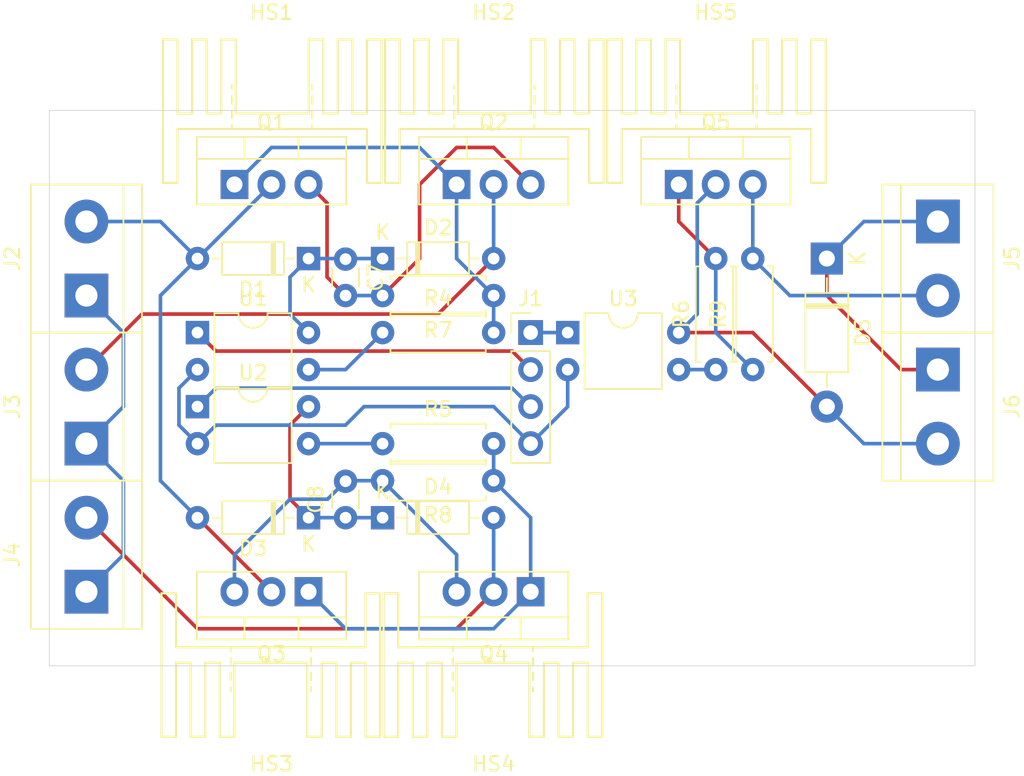
<source format=kicad_pcb>
(kicad_pcb (version 20171130) (host pcbnew "(5.1.4)-1")

  (general
    (thickness 1.6)
    (drawings 4)
    (tracks 100)
    (zones 0)
    (modules 32)
    (nets 22)
  )

  (page A4)
  (layers
    (0 F.Cu signal)
    (31 B.Cu signal)
    (32 B.Adhes user)
    (33 F.Adhes user)
    (34 B.Paste user)
    (35 F.Paste user)
    (36 B.SilkS user)
    (37 F.SilkS user)
    (38 B.Mask user)
    (39 F.Mask user)
    (40 Dwgs.User user)
    (41 Cmts.User user)
    (42 Eco1.User user)
    (43 Eco2.User user)
    (44 Edge.Cuts user)
    (45 Margin user)
    (46 B.CrtYd user)
    (47 F.CrtYd user)
    (48 B.Fab user)
    (49 F.Fab user)
  )

  (setup
    (last_trace_width 0.25)
    (trace_clearance 0.2)
    (zone_clearance 0.508)
    (zone_45_only no)
    (trace_min 0.2)
    (via_size 0.8)
    (via_drill 0.4)
    (via_min_size 0.4)
    (via_min_drill 0.3)
    (uvia_size 0.3)
    (uvia_drill 0.1)
    (uvias_allowed no)
    (uvia_min_size 0.2)
    (uvia_min_drill 0.1)
    (edge_width 0.05)
    (segment_width 0.2)
    (pcb_text_width 0.3)
    (pcb_text_size 1.5 1.5)
    (mod_edge_width 0.12)
    (mod_text_size 1 1)
    (mod_text_width 0.15)
    (pad_size 1.524 1.524)
    (pad_drill 0.762)
    (pad_to_mask_clearance 0.051)
    (solder_mask_min_width 0.25)
    (aux_axis_origin 0 0)
    (visible_elements 7FFFFFFF)
    (pcbplotparams
      (layerselection 0x010fc_ffffffff)
      (usegerberextensions false)
      (usegerberattributes false)
      (usegerberadvancedattributes false)
      (creategerberjobfile false)
      (excludeedgelayer true)
      (linewidth 0.100000)
      (plotframeref false)
      (viasonmask false)
      (mode 1)
      (useauxorigin false)
      (hpglpennumber 1)
      (hpglpenspeed 20)
      (hpglpendiameter 15.000000)
      (psnegative false)
      (psa4output false)
      (plotreference true)
      (plotvalue true)
      (plotinvisibletext false)
      (padsonsilk false)
      (subtractmaskfromsilk false)
      (outputformat 1)
      (mirror false)
      (drillshape 1)
      (scaleselection 1)
      (outputdirectory ""))
  )

  (net 0 "")
  (net 1 "Net-(Q1-Pad1)")
  (net 2 "Net-(C7-Pad2)")
  (net 3 "Net-(C7-Pad1)")
  (net 4 "Net-(C8-Pad2)")
  (net 5 "Net-(C8-Pad1)")
  (net 6 /PowerAC+In)
  (net 7 /StarterPower+)
  (net 8 /CapacitorPower+)
  (net 9 /PowerDC-In)
  (net 10 /CoilPower+)
  (net 11 /CapacitorPower-)
  (net 12 /CoilPower-)
  (net 13 "Net-(Q3-Pad1)")
  (net 14 "Net-(Q5-Pad1)")
  (net 15 "Net-(R4-Pad1)")
  (net 16 "Net-(R5-Pad1)")
  (net 17 "Net-(R6-Pad1)")
  (net 18 /SignalGND)
  (net 19 /CapacitorSignal)
  (net 20 /StarterSignal)
  (net 21 /CoilSignal)

  (net_class Default "This is the default net class."
    (clearance 0.2)
    (trace_width 0.25)
    (via_dia 0.8)
    (via_drill 0.4)
    (uvia_dia 0.3)
    (uvia_drill 0.1)
    (add_net /CapacitorPower+)
    (add_net /CapacitorPower-)
    (add_net /CapacitorSignal)
    (add_net /CoilPower+)
    (add_net /CoilPower-)
    (add_net /CoilSignal)
    (add_net /PowerAC+In)
    (add_net /PowerDC-In)
    (add_net /SignalGND)
    (add_net /StarterPower+)
    (add_net /StarterSignal)
    (add_net "Net-(C7-Pad1)")
    (add_net "Net-(C7-Pad2)")
    (add_net "Net-(C8-Pad1)")
    (add_net "Net-(C8-Pad2)")
    (add_net "Net-(Q1-Pad1)")
    (add_net "Net-(Q3-Pad1)")
    (add_net "Net-(Q5-Pad1)")
    (add_net "Net-(R4-Pad1)")
    (add_net "Net-(R5-Pad1)")
    (add_net "Net-(R6-Pad1)")
  )

  (module Connector_PinHeader_2.54mm:PinHeader_1x04_P2.54mm_Vertical (layer F.Cu) (tedit 59FED5CC) (tstamp 5F2C5C85)
    (at 68.58 55.88)
    (descr "Through hole straight pin header, 1x04, 2.54mm pitch, single row")
    (tags "Through hole pin header THT 1x04 2.54mm single row")
    (path /5F2EECBB)
    (fp_text reference J1 (at 0 -2.33) (layer F.SilkS)
      (effects (font (size 1 1) (thickness 0.15)))
    )
    (fp_text value "From Control" (at 0 9.95) (layer F.Fab)
      (effects (font (size 1 1) (thickness 0.15)))
    )
    (fp_text user %R (at 0 3.81 90) (layer F.Fab)
      (effects (font (size 1 1) (thickness 0.15)))
    )
    (fp_line (start 1.8 -1.8) (end -1.8 -1.8) (layer F.CrtYd) (width 0.05))
    (fp_line (start 1.8 9.4) (end 1.8 -1.8) (layer F.CrtYd) (width 0.05))
    (fp_line (start -1.8 9.4) (end 1.8 9.4) (layer F.CrtYd) (width 0.05))
    (fp_line (start -1.8 -1.8) (end -1.8 9.4) (layer F.CrtYd) (width 0.05))
    (fp_line (start -1.33 -1.33) (end 0 -1.33) (layer F.SilkS) (width 0.12))
    (fp_line (start -1.33 0) (end -1.33 -1.33) (layer F.SilkS) (width 0.12))
    (fp_line (start -1.33 1.27) (end 1.33 1.27) (layer F.SilkS) (width 0.12))
    (fp_line (start 1.33 1.27) (end 1.33 8.95) (layer F.SilkS) (width 0.12))
    (fp_line (start -1.33 1.27) (end -1.33 8.95) (layer F.SilkS) (width 0.12))
    (fp_line (start -1.33 8.95) (end 1.33 8.95) (layer F.SilkS) (width 0.12))
    (fp_line (start -1.27 -0.635) (end -0.635 -1.27) (layer F.Fab) (width 0.1))
    (fp_line (start -1.27 8.89) (end -1.27 -0.635) (layer F.Fab) (width 0.1))
    (fp_line (start 1.27 8.89) (end -1.27 8.89) (layer F.Fab) (width 0.1))
    (fp_line (start 1.27 -1.27) (end 1.27 8.89) (layer F.Fab) (width 0.1))
    (fp_line (start -0.635 -1.27) (end 1.27 -1.27) (layer F.Fab) (width 0.1))
    (pad 4 thru_hole oval (at 0 7.62) (size 1.7 1.7) (drill 1) (layers *.Cu *.Mask)
      (net 18 /SignalGND))
    (pad 3 thru_hole oval (at 0 5.08) (size 1.7 1.7) (drill 1) (layers *.Cu *.Mask)
      (net 19 /CapacitorSignal))
    (pad 2 thru_hole oval (at 0 2.54) (size 1.7 1.7) (drill 1) (layers *.Cu *.Mask)
      (net 20 /StarterSignal))
    (pad 1 thru_hole rect (at 0 0) (size 1.7 1.7) (drill 1) (layers *.Cu *.Mask)
      (net 21 /CoilSignal))
    (model ${KISYS3DMOD}/Connector_PinHeader_2.54mm.3dshapes/PinHeader_1x04_P2.54mm_Vertical.wrl
      (at (xyz 0 0 0))
      (scale (xyz 1 1 1))
      (rotate (xyz 0 0 0))
    )
  )

  (module TerminalBlock:TerminalBlock_bornier-2_P5.08mm (layer F.Cu) (tedit 59FF03AB) (tstamp 5F2C5C9A)
    (at 38.1 53.34 90)
    (descr "simple 2-pin terminal block, pitch 5.08mm, revamped version of bornier2")
    (tags "terminal block bornier2")
    (path /5F2D8CE4)
    (fp_text reference J2 (at 2.54 -5.08 90) (layer F.SilkS)
      (effects (font (size 1 1) (thickness 0.15)))
    )
    (fp_text value "Power AC In" (at 2.54 5.08 90) (layer F.Fab)
      (effects (font (size 1 1) (thickness 0.15)))
    )
    (fp_text user %R (at 2.54 0 90) (layer F.Fab)
      (effects (font (size 1 1) (thickness 0.15)))
    )
    (fp_line (start -2.41 2.55) (end 7.49 2.55) (layer F.Fab) (width 0.1))
    (fp_line (start -2.46 -3.75) (end -2.46 3.75) (layer F.Fab) (width 0.1))
    (fp_line (start -2.46 3.75) (end 7.54 3.75) (layer F.Fab) (width 0.1))
    (fp_line (start 7.54 3.75) (end 7.54 -3.75) (layer F.Fab) (width 0.1))
    (fp_line (start 7.54 -3.75) (end -2.46 -3.75) (layer F.Fab) (width 0.1))
    (fp_line (start 7.62 2.54) (end -2.54 2.54) (layer F.SilkS) (width 0.12))
    (fp_line (start 7.62 3.81) (end 7.62 -3.81) (layer F.SilkS) (width 0.12))
    (fp_line (start 7.62 -3.81) (end -2.54 -3.81) (layer F.SilkS) (width 0.12))
    (fp_line (start -2.54 -3.81) (end -2.54 3.81) (layer F.SilkS) (width 0.12))
    (fp_line (start -2.54 3.81) (end 7.62 3.81) (layer F.SilkS) (width 0.12))
    (fp_line (start -2.71 -4) (end 7.79 -4) (layer F.CrtYd) (width 0.05))
    (fp_line (start -2.71 -4) (end -2.71 4) (layer F.CrtYd) (width 0.05))
    (fp_line (start 7.79 4) (end 7.79 -4) (layer F.CrtYd) (width 0.05))
    (fp_line (start 7.79 4) (end -2.71 4) (layer F.CrtYd) (width 0.05))
    (pad 1 thru_hole rect (at 0 0 90) (size 3 3) (drill 1.52) (layers *.Cu *.Mask)
      (net 11 /CapacitorPower-))
    (pad 2 thru_hole circle (at 5.08 0 90) (size 3 3) (drill 1.52) (layers *.Cu *.Mask)
      (net 6 /PowerAC+In))
    (model ${KISYS3DMOD}/TerminalBlock.3dshapes/TerminalBlock_bornier-2_P5.08mm.wrl
      (offset (xyz 2.539999961853027 0 0))
      (scale (xyz 1 1 1))
      (rotate (xyz 0 0 0))
    )
  )

  (module Resistor_THT:R_Axial_DIN0207_L6.3mm_D2.5mm_P7.62mm_Horizontal (layer F.Cu) (tedit 5AE5139B) (tstamp 5F2C5E9B)
    (at 58.42 63.5)
    (descr "Resistor, Axial_DIN0207 series, Axial, Horizontal, pin pitch=7.62mm, 0.25W = 1/4W, length*diameter=6.3*2.5mm^2, http://cdn-reichelt.de/documents/datenblatt/B400/1_4W%23YAG.pdf")
    (tags "Resistor Axial_DIN0207 series Axial Horizontal pin pitch 7.62mm 0.25W = 1/4W length 6.3mm diameter 2.5mm")
    (path /5F2FD95C)
    (fp_text reference R5 (at 3.81 -2.37) (layer F.SilkS)
      (effects (font (size 1 1) (thickness 0.15)))
    )
    (fp_text value 10K (at 3.81 2.37) (layer F.Fab)
      (effects (font (size 1 1) (thickness 0.15)))
    )
    (fp_line (start 0.66 -1.25) (end 0.66 1.25) (layer F.Fab) (width 0.1))
    (fp_line (start 0.66 1.25) (end 6.96 1.25) (layer F.Fab) (width 0.1))
    (fp_line (start 6.96 1.25) (end 6.96 -1.25) (layer F.Fab) (width 0.1))
    (fp_line (start 6.96 -1.25) (end 0.66 -1.25) (layer F.Fab) (width 0.1))
    (fp_line (start 0 0) (end 0.66 0) (layer F.Fab) (width 0.1))
    (fp_line (start 7.62 0) (end 6.96 0) (layer F.Fab) (width 0.1))
    (fp_line (start 0.54 -1.04) (end 0.54 -1.37) (layer F.SilkS) (width 0.12))
    (fp_line (start 0.54 -1.37) (end 7.08 -1.37) (layer F.SilkS) (width 0.12))
    (fp_line (start 7.08 -1.37) (end 7.08 -1.04) (layer F.SilkS) (width 0.12))
    (fp_line (start 0.54 1.04) (end 0.54 1.37) (layer F.SilkS) (width 0.12))
    (fp_line (start 0.54 1.37) (end 7.08 1.37) (layer F.SilkS) (width 0.12))
    (fp_line (start 7.08 1.37) (end 7.08 1.04) (layer F.SilkS) (width 0.12))
    (fp_line (start -1.05 -1.5) (end -1.05 1.5) (layer F.CrtYd) (width 0.05))
    (fp_line (start -1.05 1.5) (end 8.67 1.5) (layer F.CrtYd) (width 0.05))
    (fp_line (start 8.67 1.5) (end 8.67 -1.5) (layer F.CrtYd) (width 0.05))
    (fp_line (start 8.67 -1.5) (end -1.05 -1.5) (layer F.CrtYd) (width 0.05))
    (fp_text user %R (at 3.81 0) (layer F.Fab)
      (effects (font (size 1 1) (thickness 0.15)))
    )
    (pad 1 thru_hole circle (at 0 0) (size 1.6 1.6) (drill 0.8) (layers *.Cu *.Mask)
      (net 16 "Net-(R5-Pad1)"))
    (pad 2 thru_hole oval (at 7.62 0) (size 1.6 1.6) (drill 0.8) (layers *.Cu *.Mask)
      (net 13 "Net-(Q3-Pad1)"))
    (model ${KISYS3DMOD}/Resistor_THT.3dshapes/R_Axial_DIN0207_L6.3mm_D2.5mm_P7.62mm_Horizontal.wrl
      (at (xyz 0 0 0))
      (scale (xyz 1 1 1))
      (rotate (xyz 0 0 0))
    )
  )

  (module Power:Heatsink_TO220_15x10mm (layer F.Cu) (tedit 5E462F9E) (tstamp 5F2C74F7)
    (at 81.28 41.91)
    (descr "Heatsink TO220")
    (tags heatsink)
    (path /5E47E6AC)
    (fp_text reference HS5 (at 0 -8) (layer F.SilkS)
      (effects (font (size 1 1) (thickness 0.15)))
    )
    (fp_text value Heatsink (at 0 6) (layer F.Fab)
      (effects (font (size 1 1) (thickness 0.15)))
    )
    (fp_line (start 6.35 0.2) (end 6.35 3.9) (layer F.Fab) (width 0.1))
    (fp_line (start -6.25 0.2) (end 6.35 0.2) (layer F.Fab) (width 0.1))
    (fp_line (start -6.25 0.2) (end -6.25 3.9) (layer F.Fab) (width 0.1))
    (fp_line (start 6.55 0) (end 6.55 3.7) (layer F.SilkS) (width 0.15))
    (fp_line (start 6.35 3.9) (end 7.75 3.9) (layer F.Fab) (width 0.1))
    (fp_line (start 6.55 3.7) (end 7.55 3.7) (layer F.SilkS) (width 0.15))
    (fp_line (start -6.45 0) (end 6.55 0) (layer F.SilkS) (width 0.15))
    (fp_line (start -6.45 0) (end -6.45 3.7) (layer F.SilkS) (width 0.15))
    (fp_line (start -7.45 3.7) (end -6.45 3.7) (layer F.SilkS) (width 0.15))
    (fp_line (start -7.65 3.9) (end -6.25 3.9) (layer F.Fab) (width 0.1))
    (fp_line (start 7.55 -6.14) (end 7.55 3.7) (layer F.SilkS) (width 0.15))
    (fp_line (start 7.75 -6.35) (end 7.75 3.9) (layer F.Fab) (width 0.1))
    (fp_line (start 6.35 -6.35) (end 7.75 -6.35) (layer F.Fab) (width 0.1))
    (fp_line (start 6.55 -6.14) (end 7.55 -6.14) (layer F.SilkS) (width 0.15))
    (fp_line (start 6.55 -6.14) (end 6.55 -1.06) (layer F.SilkS) (width 0.15))
    (fp_line (start 6.35 -1.25) (end 6.35 -6.35) (layer F.Fab) (width 0.1))
    (fp_line (start 5.55 -1.06) (end 6.55 -1.06) (layer F.SilkS) (width 0.15))
    (fp_line (start 5.75 -1.25) (end 6.35 -1.25) (layer F.Fab) (width 0.1))
    (fp_line (start 4.55 -6.14) (end 5.55 -6.14) (layer F.SilkS) (width 0.15))
    (fp_line (start 4.35 -1.25) (end 4.35 -6.35) (layer F.Fab) (width 0.1))
    (fp_line (start 5.55 -6.14) (end 5.55 -1.06) (layer F.SilkS) (width 0.15))
    (fp_line (start 4.55 -6.14) (end 4.55 -1.06) (layer F.SilkS) (width 0.15))
    (fp_line (start 4.35 -6.35) (end 5.75 -6.35) (layer F.Fab) (width 0.1))
    (fp_line (start 5.75 -6.35) (end 5.75 -1.25) (layer F.Fab) (width 0.1))
    (fp_line (start 3.55 -1.06) (end 4.55 -1.06) (layer F.SilkS) (width 0.15))
    (fp_line (start 3.75 -1.25) (end 4.35 -1.25) (layer F.Fab) (width 0.1))
    (fp_line (start 2.35 -6.35) (end 3.75 -6.35) (layer F.Fab) (width 0.1))
    (fp_line (start 3.75 -6.35) (end 3.75 -1.25) (layer F.Fab) (width 0.1))
    (fp_line (start 3.55 -6.14) (end 3.55 -1.06) (layer F.SilkS) (width 0.15))
    (fp_line (start 2.55 -6.14) (end 3.55 -6.14) (layer F.SilkS) (width 0.15))
    (fp_line (start 2.35 -1.25) (end 2.35 -6.35) (layer F.Fab) (width 0.1))
    (fp_line (start 2.55 -6.14) (end 2.55 -1.06) (layer F.SilkS) (width 0.15))
    (fp_line (start -2.25 -1.25) (end 2.35 -1.25) (layer F.Fab) (width 0.1))
    (fp_line (start -2.45 -1.06) (end 2.55 -1.06) (layer F.SilkS) (width 0.15))
    (fp_line (start -3.65 -1.25) (end -3.65 -6.35) (layer F.Fab) (width 0.1))
    (fp_line (start -3.45 -6.14) (end -2.45 -6.14) (layer F.SilkS) (width 0.15))
    (fp_line (start -2.25 -6.35) (end -2.25 -1.25) (layer F.Fab) (width 0.1))
    (fp_line (start -2.45 -6.14) (end -2.45 -1.06) (layer F.SilkS) (width 0.15))
    (fp_line (start -3.65 -6.35) (end -2.25 -6.35) (layer F.Fab) (width 0.1))
    (fp_line (start -3.45 -6.14) (end -3.45 -1.06) (layer F.SilkS) (width 0.15))
    (fp_line (start -4.25 -1.25) (end -3.65 -1.25) (layer F.Fab) (width 0.1))
    (fp_line (start -4.45 -1.06) (end -3.45 -1.06) (layer F.SilkS) (width 0.15))
    (fp_line (start -5.45 -6.14) (end -4.45 -6.14) (layer F.SilkS) (width 0.15))
    (fp_line (start -5.65 -1.25) (end -5.65 -6.35) (layer F.Fab) (width 0.1))
    (fp_line (start -5.65 -6.35) (end -4.25 -6.35) (layer F.Fab) (width 0.1))
    (fp_line (start -4.25 -6.35) (end -4.25 -1.25) (layer F.Fab) (width 0.1))
    (fp_line (start -4.45 -6.14) (end -4.45 -1.06) (layer F.SilkS) (width 0.15))
    (fp_line (start -5.45 -6.14) (end -5.45 -1.06) (layer F.SilkS) (width 0.15))
    (fp_line (start -6.25 -1.25) (end -5.65 -1.25) (layer F.Fab) (width 0.1))
    (fp_line (start -6.25 -6.35) (end -6.25 -1.25) (layer F.Fab) (width 0.1))
    (fp_line (start -7.65 -6.35) (end -6.25 -6.35) (layer F.Fab) (width 0.1))
    (fp_line (start -7.65 3.9) (end -7.65 -6.35) (layer F.Fab) (width 0.1))
    (fp_line (start -6.45 -6.14) (end -6.45 -1.06) (layer F.SilkS) (width 0.15))
    (fp_line (start -7.45 -6.14) (end -7.45 3.7) (layer F.SilkS) (width 0.15))
    (fp_line (start -7.45 -6.14) (end -6.45 -6.14) (layer F.SilkS) (width 0.15))
    (fp_line (start -6.45 -1.06) (end -5.45 -1.06) (layer F.SilkS) (width 0.15))
    (fp_line (start -2.7 -2.25) (end -2.7 -1.75) (layer F.SilkS) (width 0.15))
    (fp_line (start -2.7 -1.25) (end -2.7 -0.75) (layer F.SilkS) (width 0.15))
    (fp_line (start 2.8 -2.25) (end 2.8 -1.75) (layer F.SilkS) (width 0.15))
    (fp_line (start 2.8 -1.25) (end 2.8 -0.75) (layer F.SilkS) (width 0.15))
    (fp_line (start 2.8 -0.25) (end 2.8 0) (layer F.SilkS) (width 0.15))
    (fp_line (start -2.7 -0.25) (end -2.7 0) (layer F.SilkS) (width 0.15))
    (fp_line (start -2.7 -2.75) (end -2.7 -3) (layer F.SilkS) (width 0.15))
    (fp_line (start 2.8 -2.75) (end 2.8 -3) (layer F.SilkS) (width 0.15))
    (fp_text user %R (at 0 2) (layer F.Fab)
      (effects (font (size 1 1) (thickness 0.15)))
    )
  )

  (module Power:Heatsink_TO220_15x10mm (layer F.Cu) (tedit 5E462F9E) (tstamp 5F2A221B)
    (at 50.8 41.91)
    (descr "Heatsink TO220")
    (tags heatsink)
    (path /5E47D295)
    (fp_text reference HS1 (at 0 -8) (layer F.SilkS)
      (effects (font (size 1 1) (thickness 0.15)))
    )
    (fp_text value Heatsink (at 0 6) (layer F.Fab)
      (effects (font (size 1 1) (thickness 0.15)))
    )
    (fp_text user %R (at 0 2) (layer F.Fab)
      (effects (font (size 1 1) (thickness 0.15)))
    )
    (fp_line (start 2.8 -2.75) (end 2.8 -3) (layer F.SilkS) (width 0.15))
    (fp_line (start -2.7 -2.75) (end -2.7 -3) (layer F.SilkS) (width 0.15))
    (fp_line (start -2.7 -0.25) (end -2.7 0) (layer F.SilkS) (width 0.15))
    (fp_line (start 2.8 -0.25) (end 2.8 0) (layer F.SilkS) (width 0.15))
    (fp_line (start 2.8 -1.25) (end 2.8 -0.75) (layer F.SilkS) (width 0.15))
    (fp_line (start 2.8 -2.25) (end 2.8 -1.75) (layer F.SilkS) (width 0.15))
    (fp_line (start -2.7 -1.25) (end -2.7 -0.75) (layer F.SilkS) (width 0.15))
    (fp_line (start -2.7 -2.25) (end -2.7 -1.75) (layer F.SilkS) (width 0.15))
    (fp_line (start -6.45 -1.06) (end -5.45 -1.06) (layer F.SilkS) (width 0.15))
    (fp_line (start -7.45 -6.14) (end -6.45 -6.14) (layer F.SilkS) (width 0.15))
    (fp_line (start -7.45 -6.14) (end -7.45 3.7) (layer F.SilkS) (width 0.15))
    (fp_line (start -6.45 -6.14) (end -6.45 -1.06) (layer F.SilkS) (width 0.15))
    (fp_line (start -7.65 3.9) (end -7.65 -6.35) (layer F.Fab) (width 0.1))
    (fp_line (start -7.65 -6.35) (end -6.25 -6.35) (layer F.Fab) (width 0.1))
    (fp_line (start -6.25 -6.35) (end -6.25 -1.25) (layer F.Fab) (width 0.1))
    (fp_line (start -6.25 -1.25) (end -5.65 -1.25) (layer F.Fab) (width 0.1))
    (fp_line (start -5.45 -6.14) (end -5.45 -1.06) (layer F.SilkS) (width 0.15))
    (fp_line (start -4.45 -6.14) (end -4.45 -1.06) (layer F.SilkS) (width 0.15))
    (fp_line (start -4.25 -6.35) (end -4.25 -1.25) (layer F.Fab) (width 0.1))
    (fp_line (start -5.65 -6.35) (end -4.25 -6.35) (layer F.Fab) (width 0.1))
    (fp_line (start -5.65 -1.25) (end -5.65 -6.35) (layer F.Fab) (width 0.1))
    (fp_line (start -5.45 -6.14) (end -4.45 -6.14) (layer F.SilkS) (width 0.15))
    (fp_line (start -4.45 -1.06) (end -3.45 -1.06) (layer F.SilkS) (width 0.15))
    (fp_line (start -4.25 -1.25) (end -3.65 -1.25) (layer F.Fab) (width 0.1))
    (fp_line (start -3.45 -6.14) (end -3.45 -1.06) (layer F.SilkS) (width 0.15))
    (fp_line (start -3.65 -6.35) (end -2.25 -6.35) (layer F.Fab) (width 0.1))
    (fp_line (start -2.45 -6.14) (end -2.45 -1.06) (layer F.SilkS) (width 0.15))
    (fp_line (start -2.25 -6.35) (end -2.25 -1.25) (layer F.Fab) (width 0.1))
    (fp_line (start -3.45 -6.14) (end -2.45 -6.14) (layer F.SilkS) (width 0.15))
    (fp_line (start -3.65 -1.25) (end -3.65 -6.35) (layer F.Fab) (width 0.1))
    (fp_line (start -2.45 -1.06) (end 2.55 -1.06) (layer F.SilkS) (width 0.15))
    (fp_line (start -2.25 -1.25) (end 2.35 -1.25) (layer F.Fab) (width 0.1))
    (fp_line (start 2.55 -6.14) (end 2.55 -1.06) (layer F.SilkS) (width 0.15))
    (fp_line (start 2.35 -1.25) (end 2.35 -6.35) (layer F.Fab) (width 0.1))
    (fp_line (start 2.55 -6.14) (end 3.55 -6.14) (layer F.SilkS) (width 0.15))
    (fp_line (start 3.55 -6.14) (end 3.55 -1.06) (layer F.SilkS) (width 0.15))
    (fp_line (start 3.75 -6.35) (end 3.75 -1.25) (layer F.Fab) (width 0.1))
    (fp_line (start 2.35 -6.35) (end 3.75 -6.35) (layer F.Fab) (width 0.1))
    (fp_line (start 3.75 -1.25) (end 4.35 -1.25) (layer F.Fab) (width 0.1))
    (fp_line (start 3.55 -1.06) (end 4.55 -1.06) (layer F.SilkS) (width 0.15))
    (fp_line (start 5.75 -6.35) (end 5.75 -1.25) (layer F.Fab) (width 0.1))
    (fp_line (start 4.35 -6.35) (end 5.75 -6.35) (layer F.Fab) (width 0.1))
    (fp_line (start 4.55 -6.14) (end 4.55 -1.06) (layer F.SilkS) (width 0.15))
    (fp_line (start 5.55 -6.14) (end 5.55 -1.06) (layer F.SilkS) (width 0.15))
    (fp_line (start 4.35 -1.25) (end 4.35 -6.35) (layer F.Fab) (width 0.1))
    (fp_line (start 4.55 -6.14) (end 5.55 -6.14) (layer F.SilkS) (width 0.15))
    (fp_line (start 5.75 -1.25) (end 6.35 -1.25) (layer F.Fab) (width 0.1))
    (fp_line (start 5.55 -1.06) (end 6.55 -1.06) (layer F.SilkS) (width 0.15))
    (fp_line (start 6.35 -1.25) (end 6.35 -6.35) (layer F.Fab) (width 0.1))
    (fp_line (start 6.55 -6.14) (end 6.55 -1.06) (layer F.SilkS) (width 0.15))
    (fp_line (start 6.55 -6.14) (end 7.55 -6.14) (layer F.SilkS) (width 0.15))
    (fp_line (start 6.35 -6.35) (end 7.75 -6.35) (layer F.Fab) (width 0.1))
    (fp_line (start 7.75 -6.35) (end 7.75 3.9) (layer F.Fab) (width 0.1))
    (fp_line (start 7.55 -6.14) (end 7.55 3.7) (layer F.SilkS) (width 0.15))
    (fp_line (start -7.65 3.9) (end -6.25 3.9) (layer F.Fab) (width 0.1))
    (fp_line (start -7.45 3.7) (end -6.45 3.7) (layer F.SilkS) (width 0.15))
    (fp_line (start -6.45 0) (end -6.45 3.7) (layer F.SilkS) (width 0.15))
    (fp_line (start -6.45 0) (end 6.55 0) (layer F.SilkS) (width 0.15))
    (fp_line (start 6.55 3.7) (end 7.55 3.7) (layer F.SilkS) (width 0.15))
    (fp_line (start 6.35 3.9) (end 7.75 3.9) (layer F.Fab) (width 0.1))
    (fp_line (start 6.55 0) (end 6.55 3.7) (layer F.SilkS) (width 0.15))
    (fp_line (start -6.25 0.2) (end -6.25 3.9) (layer F.Fab) (width 0.1))
    (fp_line (start -6.25 0.2) (end 6.35 0.2) (layer F.Fab) (width 0.1))
    (fp_line (start 6.35 0.2) (end 6.35 3.9) (layer F.Fab) (width 0.1))
  )

  (module Package_DIP:DIP-4_W7.62mm (layer F.Cu) (tedit 5A02E8C5) (tstamp 5F2C5F97)
    (at 71.12 55.88)
    (descr "4-lead though-hole mounted DIP package, row spacing 7.62 mm (300 mils)")
    (tags "THT DIP DIL PDIP 2.54mm 7.62mm 300mil")
    (path /5F2FD954)
    (fp_text reference U3 (at 3.81 -2.33) (layer F.SilkS)
      (effects (font (size 1 1) (thickness 0.15)))
    )
    (fp_text value PC817 (at 3.81 4.87) (layer F.Fab)
      (effects (font (size 1 1) (thickness 0.15)))
    )
    (fp_text user %R (at 3.81 1.27) (layer F.Fab)
      (effects (font (size 1 1) (thickness 0.15)))
    )
    (fp_line (start 8.7 -1.55) (end -1.1 -1.55) (layer F.CrtYd) (width 0.05))
    (fp_line (start 8.7 4.1) (end 8.7 -1.55) (layer F.CrtYd) (width 0.05))
    (fp_line (start -1.1 4.1) (end 8.7 4.1) (layer F.CrtYd) (width 0.05))
    (fp_line (start -1.1 -1.55) (end -1.1 4.1) (layer F.CrtYd) (width 0.05))
    (fp_line (start 6.46 -1.33) (end 4.81 -1.33) (layer F.SilkS) (width 0.12))
    (fp_line (start 6.46 3.87) (end 6.46 -1.33) (layer F.SilkS) (width 0.12))
    (fp_line (start 1.16 3.87) (end 6.46 3.87) (layer F.SilkS) (width 0.12))
    (fp_line (start 1.16 -1.33) (end 1.16 3.87) (layer F.SilkS) (width 0.12))
    (fp_line (start 2.81 -1.33) (end 1.16 -1.33) (layer F.SilkS) (width 0.12))
    (fp_line (start 0.635 -0.27) (end 1.635 -1.27) (layer F.Fab) (width 0.1))
    (fp_line (start 0.635 3.81) (end 0.635 -0.27) (layer F.Fab) (width 0.1))
    (fp_line (start 6.985 3.81) (end 0.635 3.81) (layer F.Fab) (width 0.1))
    (fp_line (start 6.985 -1.27) (end 6.985 3.81) (layer F.Fab) (width 0.1))
    (fp_line (start 1.635 -1.27) (end 6.985 -1.27) (layer F.Fab) (width 0.1))
    (fp_arc (start 3.81 -1.33) (end 2.81 -1.33) (angle -180) (layer F.SilkS) (width 0.12))
    (pad 4 thru_hole oval (at 7.62 0) (size 1.6 1.6) (drill 0.8) (layers *.Cu *.Mask)
      (net 12 /CoilPower-))
    (pad 2 thru_hole oval (at 0 2.54) (size 1.6 1.6) (drill 0.8) (layers *.Cu *.Mask)
      (net 18 /SignalGND))
    (pad 3 thru_hole oval (at 7.62 2.54) (size 1.6 1.6) (drill 0.8) (layers *.Cu *.Mask)
      (net 17 "Net-(R6-Pad1)"))
    (pad 1 thru_hole rect (at 0 0) (size 1.6 1.6) (drill 0.8) (layers *.Cu *.Mask)
      (net 21 /CoilSignal))
    (model ${KISYS3DMOD}/Package_DIP.3dshapes/DIP-4_W7.62mm.wrl
      (at (xyz 0 0 0))
      (scale (xyz 1 1 1))
      (rotate (xyz 0 0 0))
    )
  )

  (module Package_DIP:DIP-4_W7.62mm (layer F.Cu) (tedit 5A02E8C5) (tstamp 5F2C5F3A)
    (at 45.72 55.88)
    (descr "4-lead though-hole mounted DIP package, row spacing 7.62 mm (300 mils)")
    (tags "THT DIP DIL PDIP 2.54mm 7.62mm 300mil")
    (path /5F2EECBC)
    (fp_text reference U1 (at 3.81 -2.33) (layer F.SilkS)
      (effects (font (size 1 1) (thickness 0.15)))
    )
    (fp_text value PC817 (at 3.81 4.87) (layer F.Fab)
      (effects (font (size 1 1) (thickness 0.15)))
    )
    (fp_text user %R (at 3.81 1.27) (layer F.Fab)
      (effects (font (size 1 1) (thickness 0.15)))
    )
    (fp_line (start 8.7 -1.55) (end -1.1 -1.55) (layer F.CrtYd) (width 0.05))
    (fp_line (start 8.7 4.1) (end 8.7 -1.55) (layer F.CrtYd) (width 0.05))
    (fp_line (start -1.1 4.1) (end 8.7 4.1) (layer F.CrtYd) (width 0.05))
    (fp_line (start -1.1 -1.55) (end -1.1 4.1) (layer F.CrtYd) (width 0.05))
    (fp_line (start 6.46 -1.33) (end 4.81 -1.33) (layer F.SilkS) (width 0.12))
    (fp_line (start 6.46 3.87) (end 6.46 -1.33) (layer F.SilkS) (width 0.12))
    (fp_line (start 1.16 3.87) (end 6.46 3.87) (layer F.SilkS) (width 0.12))
    (fp_line (start 1.16 -1.33) (end 1.16 3.87) (layer F.SilkS) (width 0.12))
    (fp_line (start 2.81 -1.33) (end 1.16 -1.33) (layer F.SilkS) (width 0.12))
    (fp_line (start 0.635 -0.27) (end 1.635 -1.27) (layer F.Fab) (width 0.1))
    (fp_line (start 0.635 3.81) (end 0.635 -0.27) (layer F.Fab) (width 0.1))
    (fp_line (start 6.985 3.81) (end 0.635 3.81) (layer F.Fab) (width 0.1))
    (fp_line (start 6.985 -1.27) (end 6.985 3.81) (layer F.Fab) (width 0.1))
    (fp_line (start 1.635 -1.27) (end 6.985 -1.27) (layer F.Fab) (width 0.1))
    (fp_arc (start 3.81 -1.33) (end 2.81 -1.33) (angle -180) (layer F.SilkS) (width 0.12))
    (pad 4 thru_hole oval (at 7.62 0) (size 1.6 1.6) (drill 0.8) (layers *.Cu *.Mask)
      (net 3 "Net-(C7-Pad1)"))
    (pad 2 thru_hole oval (at 0 2.54) (size 1.6 1.6) (drill 0.8) (layers *.Cu *.Mask)
      (net 18 /SignalGND))
    (pad 3 thru_hole oval (at 7.62 2.54) (size 1.6 1.6) (drill 0.8) (layers *.Cu *.Mask)
      (net 15 "Net-(R4-Pad1)"))
    (pad 1 thru_hole rect (at 0 0) (size 1.6 1.6) (drill 0.8) (layers *.Cu *.Mask)
      (net 20 /StarterSignal))
    (model ${KISYS3DMOD}/Package_DIP.3dshapes/DIP-4_W7.62mm.wrl
      (at (xyz 0 0 0))
      (scale (xyz 1 1 1))
      (rotate (xyz 0 0 0))
    )
  )

  (module Resistor_THT:R_Axial_DIN0207_L6.3mm_D2.5mm_P7.62mm_Horizontal (layer F.Cu) (tedit 5AE5139B) (tstamp 5F2C5F22)
    (at 83.82 58.42 90)
    (descr "Resistor, Axial_DIN0207 series, Axial, Horizontal, pin pitch=7.62mm, 0.25W = 1/4W, length*diameter=6.3*2.5mm^2, http://cdn-reichelt.de/documents/datenblatt/B400/1_4W%23YAG.pdf")
    (tags "Resistor Axial_DIN0207 series Axial Horizontal pin pitch 7.62mm 0.25W = 1/4W length 6.3mm diameter 2.5mm")
    (path /5F2EECBD)
    (fp_text reference R9 (at 3.81 -2.37 90) (layer F.SilkS)
      (effects (font (size 1 1) (thickness 0.15)))
    )
    (fp_text value 10K (at 3.81 2.37 90) (layer F.Fab)
      (effects (font (size 1 1) (thickness 0.15)))
    )
    (fp_line (start 0.66 -1.25) (end 0.66 1.25) (layer F.Fab) (width 0.1))
    (fp_line (start 0.66 1.25) (end 6.96 1.25) (layer F.Fab) (width 0.1))
    (fp_line (start 6.96 1.25) (end 6.96 -1.25) (layer F.Fab) (width 0.1))
    (fp_line (start 6.96 -1.25) (end 0.66 -1.25) (layer F.Fab) (width 0.1))
    (fp_line (start 0 0) (end 0.66 0) (layer F.Fab) (width 0.1))
    (fp_line (start 7.62 0) (end 6.96 0) (layer F.Fab) (width 0.1))
    (fp_line (start 0.54 -1.04) (end 0.54 -1.37) (layer F.SilkS) (width 0.12))
    (fp_line (start 0.54 -1.37) (end 7.08 -1.37) (layer F.SilkS) (width 0.12))
    (fp_line (start 7.08 -1.37) (end 7.08 -1.04) (layer F.SilkS) (width 0.12))
    (fp_line (start 0.54 1.04) (end 0.54 1.37) (layer F.SilkS) (width 0.12))
    (fp_line (start 0.54 1.37) (end 7.08 1.37) (layer F.SilkS) (width 0.12))
    (fp_line (start 7.08 1.37) (end 7.08 1.04) (layer F.SilkS) (width 0.12))
    (fp_line (start -1.05 -1.5) (end -1.05 1.5) (layer F.CrtYd) (width 0.05))
    (fp_line (start -1.05 1.5) (end 8.67 1.5) (layer F.CrtYd) (width 0.05))
    (fp_line (start 8.67 1.5) (end 8.67 -1.5) (layer F.CrtYd) (width 0.05))
    (fp_line (start 8.67 -1.5) (end -1.05 -1.5) (layer F.CrtYd) (width 0.05))
    (fp_text user %R (at 3.81 0 90) (layer F.Fab)
      (effects (font (size 1 1) (thickness 0.15)))
    )
    (pad 1 thru_hole circle (at 0 0 90) (size 1.6 1.6) (drill 0.8) (layers *.Cu *.Mask)
      (net 14 "Net-(Q5-Pad1)"))
    (pad 2 thru_hole oval (at 7.62 0 90) (size 1.6 1.6) (drill 0.8) (layers *.Cu *.Mask)
      (net 9 /PowerDC-In))
    (model ${KISYS3DMOD}/Resistor_THT.3dshapes/R_Axial_DIN0207_L6.3mm_D2.5mm_P7.62mm_Horizontal.wrl
      (at (xyz 0 0 0))
      (scale (xyz 1 1 1))
      (rotate (xyz 0 0 0))
    )
  )

  (module Resistor_THT:R_Axial_DIN0207_L6.3mm_D2.5mm_P7.62mm_Horizontal (layer F.Cu) (tedit 5AE5139B) (tstamp 5F2C5F0B)
    (at 66.04 66.04 180)
    (descr "Resistor, Axial_DIN0207 series, Axial, Horizontal, pin pitch=7.62mm, 0.25W = 1/4W, length*diameter=6.3*2.5mm^2, http://cdn-reichelt.de/documents/datenblatt/B400/1_4W%23YAG.pdf")
    (tags "Resistor Axial_DIN0207 series Axial Horizontal pin pitch 7.62mm 0.25W = 1/4W length 6.3mm diameter 2.5mm")
    (path /5F2FD955)
    (fp_text reference R8 (at 3.81 -2.37) (layer F.SilkS)
      (effects (font (size 1 1) (thickness 0.15)))
    )
    (fp_text value 10K (at 3.81 2.37) (layer F.Fab)
      (effects (font (size 1 1) (thickness 0.15)))
    )
    (fp_line (start 0.66 -1.25) (end 0.66 1.25) (layer F.Fab) (width 0.1))
    (fp_line (start 0.66 1.25) (end 6.96 1.25) (layer F.Fab) (width 0.1))
    (fp_line (start 6.96 1.25) (end 6.96 -1.25) (layer F.Fab) (width 0.1))
    (fp_line (start 6.96 -1.25) (end 0.66 -1.25) (layer F.Fab) (width 0.1))
    (fp_line (start 0 0) (end 0.66 0) (layer F.Fab) (width 0.1))
    (fp_line (start 7.62 0) (end 6.96 0) (layer F.Fab) (width 0.1))
    (fp_line (start 0.54 -1.04) (end 0.54 -1.37) (layer F.SilkS) (width 0.12))
    (fp_line (start 0.54 -1.37) (end 7.08 -1.37) (layer F.SilkS) (width 0.12))
    (fp_line (start 7.08 -1.37) (end 7.08 -1.04) (layer F.SilkS) (width 0.12))
    (fp_line (start 0.54 1.04) (end 0.54 1.37) (layer F.SilkS) (width 0.12))
    (fp_line (start 0.54 1.37) (end 7.08 1.37) (layer F.SilkS) (width 0.12))
    (fp_line (start 7.08 1.37) (end 7.08 1.04) (layer F.SilkS) (width 0.12))
    (fp_line (start -1.05 -1.5) (end -1.05 1.5) (layer F.CrtYd) (width 0.05))
    (fp_line (start -1.05 1.5) (end 8.67 1.5) (layer F.CrtYd) (width 0.05))
    (fp_line (start 8.67 1.5) (end 8.67 -1.5) (layer F.CrtYd) (width 0.05))
    (fp_line (start 8.67 -1.5) (end -1.05 -1.5) (layer F.CrtYd) (width 0.05))
    (fp_text user %R (at 3.81 0) (layer F.Fab)
      (effects (font (size 1 1) (thickness 0.15)))
    )
    (pad 1 thru_hole circle (at 0 0 180) (size 1.6 1.6) (drill 0.8) (layers *.Cu *.Mask)
      (net 13 "Net-(Q3-Pad1)"))
    (pad 2 thru_hole oval (at 7.62 0 180) (size 1.6 1.6) (drill 0.8) (layers *.Cu *.Mask)
      (net 4 "Net-(C8-Pad2)"))
    (model ${KISYS3DMOD}/Resistor_THT.3dshapes/R_Axial_DIN0207_L6.3mm_D2.5mm_P7.62mm_Horizontal.wrl
      (at (xyz 0 0 0))
      (scale (xyz 1 1 1))
      (rotate (xyz 0 0 0))
    )
  )

  (module Resistor_THT:R_Axial_DIN0207_L6.3mm_D2.5mm_P7.62mm_Horizontal (layer F.Cu) (tedit 5AE5139B) (tstamp 5F2C5EB2)
    (at 81.28 58.42 90)
    (descr "Resistor, Axial_DIN0207 series, Axial, Horizontal, pin pitch=7.62mm, 0.25W = 1/4W, length*diameter=6.3*2.5mm^2, http://cdn-reichelt.de/documents/datenblatt/B400/1_4W%23YAG.pdf")
    (tags "Resistor Axial_DIN0207 series Axial Horizontal pin pitch 7.62mm 0.25W = 1/4W length 6.3mm diameter 2.5mm")
    (path /5F2EECC4)
    (fp_text reference R6 (at 3.81 -2.37 90) (layer F.SilkS)
      (effects (font (size 1 1) (thickness 0.15)))
    )
    (fp_text value 10K (at 3.81 2.37 90) (layer F.Fab)
      (effects (font (size 1 1) (thickness 0.15)))
    )
    (fp_line (start 0.66 -1.25) (end 0.66 1.25) (layer F.Fab) (width 0.1))
    (fp_line (start 0.66 1.25) (end 6.96 1.25) (layer F.Fab) (width 0.1))
    (fp_line (start 6.96 1.25) (end 6.96 -1.25) (layer F.Fab) (width 0.1))
    (fp_line (start 6.96 -1.25) (end 0.66 -1.25) (layer F.Fab) (width 0.1))
    (fp_line (start 0 0) (end 0.66 0) (layer F.Fab) (width 0.1))
    (fp_line (start 7.62 0) (end 6.96 0) (layer F.Fab) (width 0.1))
    (fp_line (start 0.54 -1.04) (end 0.54 -1.37) (layer F.SilkS) (width 0.12))
    (fp_line (start 0.54 -1.37) (end 7.08 -1.37) (layer F.SilkS) (width 0.12))
    (fp_line (start 7.08 -1.37) (end 7.08 -1.04) (layer F.SilkS) (width 0.12))
    (fp_line (start 0.54 1.04) (end 0.54 1.37) (layer F.SilkS) (width 0.12))
    (fp_line (start 0.54 1.37) (end 7.08 1.37) (layer F.SilkS) (width 0.12))
    (fp_line (start 7.08 1.37) (end 7.08 1.04) (layer F.SilkS) (width 0.12))
    (fp_line (start -1.05 -1.5) (end -1.05 1.5) (layer F.CrtYd) (width 0.05))
    (fp_line (start -1.05 1.5) (end 8.67 1.5) (layer F.CrtYd) (width 0.05))
    (fp_line (start 8.67 1.5) (end 8.67 -1.5) (layer F.CrtYd) (width 0.05))
    (fp_line (start 8.67 -1.5) (end -1.05 -1.5) (layer F.CrtYd) (width 0.05))
    (fp_text user %R (at 3.81 0 90) (layer F.Fab)
      (effects (font (size 1 1) (thickness 0.15)))
    )
    (pad 1 thru_hole circle (at 0 0 90) (size 1.6 1.6) (drill 0.8) (layers *.Cu *.Mask)
      (net 17 "Net-(R6-Pad1)"))
    (pad 2 thru_hole oval (at 7.62 0 90) (size 1.6 1.6) (drill 0.8) (layers *.Cu *.Mask)
      (net 14 "Net-(Q5-Pad1)"))
    (model ${KISYS3DMOD}/Resistor_THT.3dshapes/R_Axial_DIN0207_L6.3mm_D2.5mm_P7.62mm_Horizontal.wrl
      (at (xyz 0 0 0))
      (scale (xyz 1 1 1))
      (rotate (xyz 0 0 0))
    )
  )

  (module Package_TO_SOT_THT:TO-220-3_Vertical (layer F.Cu) (tedit 5AC8BA0D) (tstamp 5F2C5DD2)
    (at 78.74 45.72)
    (descr "TO-220-3, Vertical, RM 2.54mm, see https://www.vishay.com/docs/66542/to-220-1.pdf")
    (tags "TO-220-3 Vertical RM 2.54mm")
    (path /5F2FD956)
    (fp_text reference Q5 (at 2.54 -4.27) (layer F.SilkS)
      (effects (font (size 1 1) (thickness 0.15)))
    )
    (fp_text value RFP30N06LE (at 2.54 2.5) (layer F.Fab)
      (effects (font (size 1 1) (thickness 0.15)))
    )
    (fp_text user %R (at 2.54 -4.27) (layer F.Fab)
      (effects (font (size 1 1) (thickness 0.15)))
    )
    (fp_line (start 7.79 -3.4) (end -2.71 -3.4) (layer F.CrtYd) (width 0.05))
    (fp_line (start 7.79 1.51) (end 7.79 -3.4) (layer F.CrtYd) (width 0.05))
    (fp_line (start -2.71 1.51) (end 7.79 1.51) (layer F.CrtYd) (width 0.05))
    (fp_line (start -2.71 -3.4) (end -2.71 1.51) (layer F.CrtYd) (width 0.05))
    (fp_line (start 4.391 -3.27) (end 4.391 -1.76) (layer F.SilkS) (width 0.12))
    (fp_line (start 0.69 -3.27) (end 0.69 -1.76) (layer F.SilkS) (width 0.12))
    (fp_line (start -2.58 -1.76) (end 7.66 -1.76) (layer F.SilkS) (width 0.12))
    (fp_line (start 7.66 -3.27) (end 7.66 1.371) (layer F.SilkS) (width 0.12))
    (fp_line (start -2.58 -3.27) (end -2.58 1.371) (layer F.SilkS) (width 0.12))
    (fp_line (start -2.58 1.371) (end 7.66 1.371) (layer F.SilkS) (width 0.12))
    (fp_line (start -2.58 -3.27) (end 7.66 -3.27) (layer F.SilkS) (width 0.12))
    (fp_line (start 4.39 -3.15) (end 4.39 -1.88) (layer F.Fab) (width 0.1))
    (fp_line (start 0.69 -3.15) (end 0.69 -1.88) (layer F.Fab) (width 0.1))
    (fp_line (start -2.46 -1.88) (end 7.54 -1.88) (layer F.Fab) (width 0.1))
    (fp_line (start 7.54 -3.15) (end -2.46 -3.15) (layer F.Fab) (width 0.1))
    (fp_line (start 7.54 1.25) (end 7.54 -3.15) (layer F.Fab) (width 0.1))
    (fp_line (start -2.46 1.25) (end 7.54 1.25) (layer F.Fab) (width 0.1))
    (fp_line (start -2.46 -3.15) (end -2.46 1.25) (layer F.Fab) (width 0.1))
    (pad 3 thru_hole oval (at 5.08 0) (size 1.905 2) (drill 1.1) (layers *.Cu *.Mask)
      (net 9 /PowerDC-In))
    (pad 2 thru_hole oval (at 2.54 0) (size 1.905 2) (drill 1.1) (layers *.Cu *.Mask)
      (net 12 /CoilPower-))
    (pad 1 thru_hole rect (at 0 0) (size 1.905 2) (drill 1.1) (layers *.Cu *.Mask)
      (net 14 "Net-(Q5-Pad1)"))
    (model ${KISYS3DMOD}/Package_TO_SOT_THT.3dshapes/TO-220-3_Vertical.wrl
      (at (xyz 0 0 0))
      (scale (xyz 1 1 1))
      (rotate (xyz 0 0 0))
    )
  )

  (module Package_TO_SOT_THT:TO-220-3_Vertical (layer F.Cu) (tedit 5AC8BA0D) (tstamp 5F2C5D22)
    (at 63.5 45.72)
    (descr "TO-220-3, Vertical, RM 2.54mm, see https://www.vishay.com/docs/66542/to-220-1.pdf")
    (tags "TO-220-3 Vertical RM 2.54mm")
    (path /5F2EECBE)
    (fp_text reference Q2 (at 2.54 -4.27) (layer F.SilkS)
      (effects (font (size 1 1) (thickness 0.15)))
    )
    (fp_text value RFP30N06LE (at 2.54 2.5) (layer F.Fab)
      (effects (font (size 1 1) (thickness 0.15)))
    )
    (fp_text user %R (at 2.54 -4.27) (layer F.Fab)
      (effects (font (size 1 1) (thickness 0.15)))
    )
    (fp_line (start 7.79 -3.4) (end -2.71 -3.4) (layer F.CrtYd) (width 0.05))
    (fp_line (start 7.79 1.51) (end 7.79 -3.4) (layer F.CrtYd) (width 0.05))
    (fp_line (start -2.71 1.51) (end 7.79 1.51) (layer F.CrtYd) (width 0.05))
    (fp_line (start -2.71 -3.4) (end -2.71 1.51) (layer F.CrtYd) (width 0.05))
    (fp_line (start 4.391 -3.27) (end 4.391 -1.76) (layer F.SilkS) (width 0.12))
    (fp_line (start 0.69 -3.27) (end 0.69 -1.76) (layer F.SilkS) (width 0.12))
    (fp_line (start -2.58 -1.76) (end 7.66 -1.76) (layer F.SilkS) (width 0.12))
    (fp_line (start 7.66 -3.27) (end 7.66 1.371) (layer F.SilkS) (width 0.12))
    (fp_line (start -2.58 -3.27) (end -2.58 1.371) (layer F.SilkS) (width 0.12))
    (fp_line (start -2.58 1.371) (end 7.66 1.371) (layer F.SilkS) (width 0.12))
    (fp_line (start -2.58 -3.27) (end 7.66 -3.27) (layer F.SilkS) (width 0.12))
    (fp_line (start 4.39 -3.15) (end 4.39 -1.88) (layer F.Fab) (width 0.1))
    (fp_line (start 0.69 -3.15) (end 0.69 -1.88) (layer F.Fab) (width 0.1))
    (fp_line (start -2.46 -1.88) (end 7.54 -1.88) (layer F.Fab) (width 0.1))
    (fp_line (start 7.54 -3.15) (end -2.46 -3.15) (layer F.Fab) (width 0.1))
    (fp_line (start 7.54 1.25) (end 7.54 -3.15) (layer F.Fab) (width 0.1))
    (fp_line (start -2.46 1.25) (end 7.54 1.25) (layer F.Fab) (width 0.1))
    (fp_line (start -2.46 -3.15) (end -2.46 1.25) (layer F.Fab) (width 0.1))
    (pad 3 thru_hole oval (at 5.08 0) (size 1.905 2) (drill 1.1) (layers *.Cu *.Mask)
      (net 2 "Net-(C7-Pad2)"))
    (pad 2 thru_hole oval (at 2.54 0) (size 1.905 2) (drill 1.1) (layers *.Cu *.Mask)
      (net 7 /StarterPower+))
    (pad 1 thru_hole rect (at 0 0) (size 1.905 2) (drill 1.1) (layers *.Cu *.Mask)
      (net 1 "Net-(Q1-Pad1)"))
    (model ${KISYS3DMOD}/Package_TO_SOT_THT.3dshapes/TO-220-3_Vertical.wrl
      (at (xyz 0 0 0))
      (scale (xyz 1 1 1))
      (rotate (xyz 0 0 0))
    )
  )

  (module Package_TO_SOT_THT:TO-220-3_Vertical (layer F.Cu) (tedit 5AC8BA0D) (tstamp 5F2C5D08)
    (at 48.26 45.72)
    (descr "TO-220-3, Vertical, RM 2.54mm, see https://www.vishay.com/docs/66542/to-220-1.pdf")
    (tags "TO-220-3 Vertical RM 2.54mm")
    (path /5F2EECBF)
    (fp_text reference Q1 (at 2.54 -4.27) (layer F.SilkS)
      (effects (font (size 1 1) (thickness 0.15)))
    )
    (fp_text value RFP30N06LE (at 2.54 2.5) (layer F.Fab)
      (effects (font (size 1 1) (thickness 0.15)))
    )
    (fp_text user %R (at 2.54 -4.27) (layer F.Fab)
      (effects (font (size 1 1) (thickness 0.15)))
    )
    (fp_line (start 7.79 -3.4) (end -2.71 -3.4) (layer F.CrtYd) (width 0.05))
    (fp_line (start 7.79 1.51) (end 7.79 -3.4) (layer F.CrtYd) (width 0.05))
    (fp_line (start -2.71 1.51) (end 7.79 1.51) (layer F.CrtYd) (width 0.05))
    (fp_line (start -2.71 -3.4) (end -2.71 1.51) (layer F.CrtYd) (width 0.05))
    (fp_line (start 4.391 -3.27) (end 4.391 -1.76) (layer F.SilkS) (width 0.12))
    (fp_line (start 0.69 -3.27) (end 0.69 -1.76) (layer F.SilkS) (width 0.12))
    (fp_line (start -2.58 -1.76) (end 7.66 -1.76) (layer F.SilkS) (width 0.12))
    (fp_line (start 7.66 -3.27) (end 7.66 1.371) (layer F.SilkS) (width 0.12))
    (fp_line (start -2.58 -3.27) (end -2.58 1.371) (layer F.SilkS) (width 0.12))
    (fp_line (start -2.58 1.371) (end 7.66 1.371) (layer F.SilkS) (width 0.12))
    (fp_line (start -2.58 -3.27) (end 7.66 -3.27) (layer F.SilkS) (width 0.12))
    (fp_line (start 4.39 -3.15) (end 4.39 -1.88) (layer F.Fab) (width 0.1))
    (fp_line (start 0.69 -3.15) (end 0.69 -1.88) (layer F.Fab) (width 0.1))
    (fp_line (start -2.46 -1.88) (end 7.54 -1.88) (layer F.Fab) (width 0.1))
    (fp_line (start 7.54 -3.15) (end -2.46 -3.15) (layer F.Fab) (width 0.1))
    (fp_line (start 7.54 1.25) (end 7.54 -3.15) (layer F.Fab) (width 0.1))
    (fp_line (start -2.46 1.25) (end 7.54 1.25) (layer F.Fab) (width 0.1))
    (fp_line (start -2.46 -3.15) (end -2.46 1.25) (layer F.Fab) (width 0.1))
    (pad 3 thru_hole oval (at 5.08 0) (size 1.905 2) (drill 1.1) (layers *.Cu *.Mask)
      (net 2 "Net-(C7-Pad2)"))
    (pad 2 thru_hole oval (at 2.54 0) (size 1.905 2) (drill 1.1) (layers *.Cu *.Mask)
      (net 6 /PowerAC+In))
    (pad 1 thru_hole rect (at 0 0) (size 1.905 2) (drill 1.1) (layers *.Cu *.Mask)
      (net 1 "Net-(Q1-Pad1)"))
    (model ${KISYS3DMOD}/Package_TO_SOT_THT.3dshapes/TO-220-3_Vertical.wrl
      (at (xyz 0 0 0))
      (scale (xyz 1 1 1))
      (rotate (xyz 0 0 0))
    )
  )

  (module TerminalBlock:TerminalBlock_bornier-2_P5.08mm (layer F.Cu) (tedit 59FF03AB) (tstamp 5F2C5CEE)
    (at 96.52 58.42 270)
    (descr "simple 2-pin terminal block, pitch 5.08mm, revamped version of bornier2")
    (tags "terminal block bornier2")
    (path /5F2D8CE6)
    (fp_text reference J6 (at 2.54 -5.08 90) (layer F.SilkS)
      (effects (font (size 1 1) (thickness 0.15)))
    )
    (fp_text value "To Coil" (at 2.54 5.08 90) (layer F.Fab)
      (effects (font (size 1 1) (thickness 0.15)))
    )
    (fp_line (start 7.79 4) (end -2.71 4) (layer F.CrtYd) (width 0.05))
    (fp_line (start 7.79 4) (end 7.79 -4) (layer F.CrtYd) (width 0.05))
    (fp_line (start -2.71 -4) (end -2.71 4) (layer F.CrtYd) (width 0.05))
    (fp_line (start -2.71 -4) (end 7.79 -4) (layer F.CrtYd) (width 0.05))
    (fp_line (start -2.54 3.81) (end 7.62 3.81) (layer F.SilkS) (width 0.12))
    (fp_line (start -2.54 -3.81) (end -2.54 3.81) (layer F.SilkS) (width 0.12))
    (fp_line (start 7.62 -3.81) (end -2.54 -3.81) (layer F.SilkS) (width 0.12))
    (fp_line (start 7.62 3.81) (end 7.62 -3.81) (layer F.SilkS) (width 0.12))
    (fp_line (start 7.62 2.54) (end -2.54 2.54) (layer F.SilkS) (width 0.12))
    (fp_line (start 7.54 -3.75) (end -2.46 -3.75) (layer F.Fab) (width 0.1))
    (fp_line (start 7.54 3.75) (end 7.54 -3.75) (layer F.Fab) (width 0.1))
    (fp_line (start -2.46 3.75) (end 7.54 3.75) (layer F.Fab) (width 0.1))
    (fp_line (start -2.46 -3.75) (end -2.46 3.75) (layer F.Fab) (width 0.1))
    (fp_line (start -2.41 2.55) (end 7.49 2.55) (layer F.Fab) (width 0.1))
    (fp_text user %R (at 2.54 0 90) (layer F.Fab)
      (effects (font (size 1 1) (thickness 0.15)))
    )
    (pad 2 thru_hole circle (at 5.08 0 270) (size 3 3) (drill 1.52) (layers *.Cu *.Mask)
      (net 12 /CoilPower-))
    (pad 1 thru_hole rect (at 0 0 270) (size 3 3) (drill 1.52) (layers *.Cu *.Mask)
      (net 10 /CoilPower+))
    (model ${KISYS3DMOD}/TerminalBlock.3dshapes/TerminalBlock_bornier-2_P5.08mm.wrl
      (offset (xyz 2.539999961853027 0 0))
      (scale (xyz 1 1 1))
      (rotate (xyz 0 0 0))
    )
  )

  (module TerminalBlock:TerminalBlock_bornier-2_P5.08mm (layer F.Cu) (tedit 59FF03AB) (tstamp 5F2C5CD9)
    (at 96.52 48.26 270)
    (descr "simple 2-pin terminal block, pitch 5.08mm, revamped version of bornier2")
    (tags "terminal block bornier2")
    (path /5E1F764E)
    (fp_text reference J5 (at 2.54 -5.08 90) (layer F.SilkS)
      (effects (font (size 1 1) (thickness 0.15)))
    )
    (fp_text value "DC In" (at 2.54 5.08 90) (layer F.Fab)
      (effects (font (size 1 1) (thickness 0.15)))
    )
    (fp_line (start 7.79 4) (end -2.71 4) (layer F.CrtYd) (width 0.05))
    (fp_line (start 7.79 4) (end 7.79 -4) (layer F.CrtYd) (width 0.05))
    (fp_line (start -2.71 -4) (end -2.71 4) (layer F.CrtYd) (width 0.05))
    (fp_line (start -2.71 -4) (end 7.79 -4) (layer F.CrtYd) (width 0.05))
    (fp_line (start -2.54 3.81) (end 7.62 3.81) (layer F.SilkS) (width 0.12))
    (fp_line (start -2.54 -3.81) (end -2.54 3.81) (layer F.SilkS) (width 0.12))
    (fp_line (start 7.62 -3.81) (end -2.54 -3.81) (layer F.SilkS) (width 0.12))
    (fp_line (start 7.62 3.81) (end 7.62 -3.81) (layer F.SilkS) (width 0.12))
    (fp_line (start 7.62 2.54) (end -2.54 2.54) (layer F.SilkS) (width 0.12))
    (fp_line (start 7.54 -3.75) (end -2.46 -3.75) (layer F.Fab) (width 0.1))
    (fp_line (start 7.54 3.75) (end 7.54 -3.75) (layer F.Fab) (width 0.1))
    (fp_line (start -2.46 3.75) (end 7.54 3.75) (layer F.Fab) (width 0.1))
    (fp_line (start -2.46 -3.75) (end -2.46 3.75) (layer F.Fab) (width 0.1))
    (fp_line (start -2.41 2.55) (end 7.49 2.55) (layer F.Fab) (width 0.1))
    (fp_text user %R (at 2.54 0 90) (layer F.Fab)
      (effects (font (size 1 1) (thickness 0.15)))
    )
    (pad 2 thru_hole circle (at 5.08 0 270) (size 3 3) (drill 1.52) (layers *.Cu *.Mask)
      (net 9 /PowerDC-In))
    (pad 1 thru_hole rect (at 0 0 270) (size 3 3) (drill 1.52) (layers *.Cu *.Mask)
      (net 10 /CoilPower+))
    (model ${KISYS3DMOD}/TerminalBlock.3dshapes/TerminalBlock_bornier-2_P5.08mm.wrl
      (offset (xyz 2.539999961853027 0 0))
      (scale (xyz 1 1 1))
      (rotate (xyz 0 0 0))
    )
  )

  (module TerminalBlock:TerminalBlock_bornier-2_P5.08mm (layer F.Cu) (tedit 59FF03AB) (tstamp 5F2C5CC4)
    (at 38.1 73.66 90)
    (descr "simple 2-pin terminal block, pitch 5.08mm, revamped version of bornier2")
    (tags "terminal block bornier2")
    (path /5F2D8CE7)
    (fp_text reference J4 (at 2.54 -5.08 90) (layer F.SilkS)
      (effects (font (size 1 1) (thickness 0.15)))
    )
    (fp_text value "To Capacitor" (at 2.54 5.08 90) (layer F.Fab)
      (effects (font (size 1 1) (thickness 0.15)))
    )
    (fp_text user %R (at 2.54 0 90) (layer F.Fab)
      (effects (font (size 1 1) (thickness 0.15)))
    )
    (fp_line (start -2.41 2.55) (end 7.49 2.55) (layer F.Fab) (width 0.1))
    (fp_line (start -2.46 -3.75) (end -2.46 3.75) (layer F.Fab) (width 0.1))
    (fp_line (start -2.46 3.75) (end 7.54 3.75) (layer F.Fab) (width 0.1))
    (fp_line (start 7.54 3.75) (end 7.54 -3.75) (layer F.Fab) (width 0.1))
    (fp_line (start 7.54 -3.75) (end -2.46 -3.75) (layer F.Fab) (width 0.1))
    (fp_line (start 7.62 2.54) (end -2.54 2.54) (layer F.SilkS) (width 0.12))
    (fp_line (start 7.62 3.81) (end 7.62 -3.81) (layer F.SilkS) (width 0.12))
    (fp_line (start 7.62 -3.81) (end -2.54 -3.81) (layer F.SilkS) (width 0.12))
    (fp_line (start -2.54 -3.81) (end -2.54 3.81) (layer F.SilkS) (width 0.12))
    (fp_line (start -2.54 3.81) (end 7.62 3.81) (layer F.SilkS) (width 0.12))
    (fp_line (start -2.71 -4) (end 7.79 -4) (layer F.CrtYd) (width 0.05))
    (fp_line (start -2.71 -4) (end -2.71 4) (layer F.CrtYd) (width 0.05))
    (fp_line (start 7.79 4) (end 7.79 -4) (layer F.CrtYd) (width 0.05))
    (fp_line (start 7.79 4) (end -2.71 4) (layer F.CrtYd) (width 0.05))
    (pad 1 thru_hole rect (at 0 0 90) (size 3 3) (drill 1.52) (layers *.Cu *.Mask)
      (net 11 /CapacitorPower-))
    (pad 2 thru_hole circle (at 5.08 0 90) (size 3 3) (drill 1.52) (layers *.Cu *.Mask)
      (net 8 /CapacitorPower+))
    (model ${KISYS3DMOD}/TerminalBlock.3dshapes/TerminalBlock_bornier-2_P5.08mm.wrl
      (offset (xyz 2.539999961853027 0 0))
      (scale (xyz 1 1 1))
      (rotate (xyz 0 0 0))
    )
  )

  (module TerminalBlock:TerminalBlock_bornier-2_P5.08mm (layer F.Cu) (tedit 59FF03AB) (tstamp 5F2C5CAF)
    (at 38.1 63.5 90)
    (descr "simple 2-pin terminal block, pitch 5.08mm, revamped version of bornier2")
    (tags "terminal block bornier2")
    (path /5F2E6375)
    (fp_text reference J3 (at 2.54 -5.08 90) (layer F.SilkS)
      (effects (font (size 1 1) (thickness 0.15)))
    )
    (fp_text value "To Starter" (at 2.54 5.08 90) (layer F.Fab)
      (effects (font (size 1 1) (thickness 0.15)))
    )
    (fp_text user %R (at 2.54 0 90) (layer F.Fab)
      (effects (font (size 1 1) (thickness 0.15)))
    )
    (fp_line (start -2.41 2.55) (end 7.49 2.55) (layer F.Fab) (width 0.1))
    (fp_line (start -2.46 -3.75) (end -2.46 3.75) (layer F.Fab) (width 0.1))
    (fp_line (start -2.46 3.75) (end 7.54 3.75) (layer F.Fab) (width 0.1))
    (fp_line (start 7.54 3.75) (end 7.54 -3.75) (layer F.Fab) (width 0.1))
    (fp_line (start 7.54 -3.75) (end -2.46 -3.75) (layer F.Fab) (width 0.1))
    (fp_line (start 7.62 2.54) (end -2.54 2.54) (layer F.SilkS) (width 0.12))
    (fp_line (start 7.62 3.81) (end 7.62 -3.81) (layer F.SilkS) (width 0.12))
    (fp_line (start 7.62 -3.81) (end -2.54 -3.81) (layer F.SilkS) (width 0.12))
    (fp_line (start -2.54 -3.81) (end -2.54 3.81) (layer F.SilkS) (width 0.12))
    (fp_line (start -2.54 3.81) (end 7.62 3.81) (layer F.SilkS) (width 0.12))
    (fp_line (start -2.71 -4) (end 7.79 -4) (layer F.CrtYd) (width 0.05))
    (fp_line (start -2.71 -4) (end -2.71 4) (layer F.CrtYd) (width 0.05))
    (fp_line (start 7.79 4) (end 7.79 -4) (layer F.CrtYd) (width 0.05))
    (fp_line (start 7.79 4) (end -2.71 4) (layer F.CrtYd) (width 0.05))
    (pad 1 thru_hole rect (at 0 0 90) (size 3 3) (drill 1.52) (layers *.Cu *.Mask)
      (net 11 /CapacitorPower-))
    (pad 2 thru_hole circle (at 5.08 0 90) (size 3 3) (drill 1.52) (layers *.Cu *.Mask)
      (net 7 /StarterPower+))
    (model ${KISYS3DMOD}/TerminalBlock.3dshapes/TerminalBlock_bornier-2_P5.08mm.wrl
      (offset (xyz 2.539999961853027 0 0))
      (scale (xyz 1 1 1))
      (rotate (xyz 0 0 0))
    )
  )

  (module Power:Heatsink_TO220_15x10mm (layer F.Cu) (tedit 5E462F9E) (tstamp 5F2C5BA2)
    (at 66.04 77.47 180)
    (descr "Heatsink TO220")
    (tags heatsink)
    (path /5F2FD959)
    (fp_text reference HS4 (at 0 -8) (layer F.SilkS)
      (effects (font (size 1 1) (thickness 0.15)))
    )
    (fp_text value Heatsink (at 0 6) (layer F.Fab)
      (effects (font (size 1 1) (thickness 0.15)))
    )
    (fp_line (start 6.35 0.2) (end 6.35 3.9) (layer F.Fab) (width 0.1))
    (fp_line (start -6.25 0.2) (end 6.35 0.2) (layer F.Fab) (width 0.1))
    (fp_line (start -6.25 0.2) (end -6.25 3.9) (layer F.Fab) (width 0.1))
    (fp_line (start 6.55 0) (end 6.55 3.7) (layer F.SilkS) (width 0.15))
    (fp_line (start 6.35 3.9) (end 7.75 3.9) (layer F.Fab) (width 0.1))
    (fp_line (start 6.55 3.7) (end 7.55 3.7) (layer F.SilkS) (width 0.15))
    (fp_line (start -6.45 0) (end 6.55 0) (layer F.SilkS) (width 0.15))
    (fp_line (start -6.45 0) (end -6.45 3.7) (layer F.SilkS) (width 0.15))
    (fp_line (start -7.45 3.7) (end -6.45 3.7) (layer F.SilkS) (width 0.15))
    (fp_line (start -7.65 3.9) (end -6.25 3.9) (layer F.Fab) (width 0.1))
    (fp_line (start 7.55 -6.14) (end 7.55 3.7) (layer F.SilkS) (width 0.15))
    (fp_line (start 7.75 -6.35) (end 7.75 3.9) (layer F.Fab) (width 0.1))
    (fp_line (start 6.35 -6.35) (end 7.75 -6.35) (layer F.Fab) (width 0.1))
    (fp_line (start 6.55 -6.14) (end 7.55 -6.14) (layer F.SilkS) (width 0.15))
    (fp_line (start 6.55 -6.14) (end 6.55 -1.06) (layer F.SilkS) (width 0.15))
    (fp_line (start 6.35 -1.25) (end 6.35 -6.35) (layer F.Fab) (width 0.1))
    (fp_line (start 5.55 -1.06) (end 6.55 -1.06) (layer F.SilkS) (width 0.15))
    (fp_line (start 5.75 -1.25) (end 6.35 -1.25) (layer F.Fab) (width 0.1))
    (fp_line (start 4.55 -6.14) (end 5.55 -6.14) (layer F.SilkS) (width 0.15))
    (fp_line (start 4.35 -1.25) (end 4.35 -6.35) (layer F.Fab) (width 0.1))
    (fp_line (start 5.55 -6.14) (end 5.55 -1.06) (layer F.SilkS) (width 0.15))
    (fp_line (start 4.55 -6.14) (end 4.55 -1.06) (layer F.SilkS) (width 0.15))
    (fp_line (start 4.35 -6.35) (end 5.75 -6.35) (layer F.Fab) (width 0.1))
    (fp_line (start 5.75 -6.35) (end 5.75 -1.25) (layer F.Fab) (width 0.1))
    (fp_line (start 3.55 -1.06) (end 4.55 -1.06) (layer F.SilkS) (width 0.15))
    (fp_line (start 3.75 -1.25) (end 4.35 -1.25) (layer F.Fab) (width 0.1))
    (fp_line (start 2.35 -6.35) (end 3.75 -6.35) (layer F.Fab) (width 0.1))
    (fp_line (start 3.75 -6.35) (end 3.75 -1.25) (layer F.Fab) (width 0.1))
    (fp_line (start 3.55 -6.14) (end 3.55 -1.06) (layer F.SilkS) (width 0.15))
    (fp_line (start 2.55 -6.14) (end 3.55 -6.14) (layer F.SilkS) (width 0.15))
    (fp_line (start 2.35 -1.25) (end 2.35 -6.35) (layer F.Fab) (width 0.1))
    (fp_line (start 2.55 -6.14) (end 2.55 -1.06) (layer F.SilkS) (width 0.15))
    (fp_line (start -2.25 -1.25) (end 2.35 -1.25) (layer F.Fab) (width 0.1))
    (fp_line (start -2.45 -1.06) (end 2.55 -1.06) (layer F.SilkS) (width 0.15))
    (fp_line (start -3.65 -1.25) (end -3.65 -6.35) (layer F.Fab) (width 0.1))
    (fp_line (start -3.45 -6.14) (end -2.45 -6.14) (layer F.SilkS) (width 0.15))
    (fp_line (start -2.25 -6.35) (end -2.25 -1.25) (layer F.Fab) (width 0.1))
    (fp_line (start -2.45 -6.14) (end -2.45 -1.06) (layer F.SilkS) (width 0.15))
    (fp_line (start -3.65 -6.35) (end -2.25 -6.35) (layer F.Fab) (width 0.1))
    (fp_line (start -3.45 -6.14) (end -3.45 -1.06) (layer F.SilkS) (width 0.15))
    (fp_line (start -4.25 -1.25) (end -3.65 -1.25) (layer F.Fab) (width 0.1))
    (fp_line (start -4.45 -1.06) (end -3.45 -1.06) (layer F.SilkS) (width 0.15))
    (fp_line (start -5.45 -6.14) (end -4.45 -6.14) (layer F.SilkS) (width 0.15))
    (fp_line (start -5.65 -1.25) (end -5.65 -6.35) (layer F.Fab) (width 0.1))
    (fp_line (start -5.65 -6.35) (end -4.25 -6.35) (layer F.Fab) (width 0.1))
    (fp_line (start -4.25 -6.35) (end -4.25 -1.25) (layer F.Fab) (width 0.1))
    (fp_line (start -4.45 -6.14) (end -4.45 -1.06) (layer F.SilkS) (width 0.15))
    (fp_line (start -5.45 -6.14) (end -5.45 -1.06) (layer F.SilkS) (width 0.15))
    (fp_line (start -6.25 -1.25) (end -5.65 -1.25) (layer F.Fab) (width 0.1))
    (fp_line (start -6.25 -6.35) (end -6.25 -1.25) (layer F.Fab) (width 0.1))
    (fp_line (start -7.65 -6.35) (end -6.25 -6.35) (layer F.Fab) (width 0.1))
    (fp_line (start -7.65 3.9) (end -7.65 -6.35) (layer F.Fab) (width 0.1))
    (fp_line (start -6.45 -6.14) (end -6.45 -1.06) (layer F.SilkS) (width 0.15))
    (fp_line (start -7.45 -6.14) (end -7.45 3.7) (layer F.SilkS) (width 0.15))
    (fp_line (start -7.45 -6.14) (end -6.45 -6.14) (layer F.SilkS) (width 0.15))
    (fp_line (start -6.45 -1.06) (end -5.45 -1.06) (layer F.SilkS) (width 0.15))
    (fp_line (start -2.7 -2.25) (end -2.7 -1.75) (layer F.SilkS) (width 0.15))
    (fp_line (start -2.7 -1.25) (end -2.7 -0.75) (layer F.SilkS) (width 0.15))
    (fp_line (start 2.8 -2.25) (end 2.8 -1.75) (layer F.SilkS) (width 0.15))
    (fp_line (start 2.8 -1.25) (end 2.8 -0.75) (layer F.SilkS) (width 0.15))
    (fp_line (start 2.8 -0.25) (end 2.8 0) (layer F.SilkS) (width 0.15))
    (fp_line (start -2.7 -0.25) (end -2.7 0) (layer F.SilkS) (width 0.15))
    (fp_line (start -2.7 -2.75) (end -2.7 -3) (layer F.SilkS) (width 0.15))
    (fp_line (start 2.8 -2.75) (end 2.8 -3) (layer F.SilkS) (width 0.15))
    (fp_text user %R (at 0 2) (layer F.Fab)
      (effects (font (size 1 1) (thickness 0.15)))
    )
  )

  (module Power:Heatsink_TO220_15x10mm (layer F.Cu) (tedit 5E462F9E) (tstamp 5F2C5B5D)
    (at 50.8 77.47 180)
    (descr "Heatsink TO220")
    (tags heatsink)
    (path /5F2FD958)
    (fp_text reference HS3 (at 0 -8) (layer F.SilkS)
      (effects (font (size 1 1) (thickness 0.15)))
    )
    (fp_text value Heatsink (at 0 6) (layer F.Fab)
      (effects (font (size 1 1) (thickness 0.15)))
    )
    (fp_line (start 6.35 0.2) (end 6.35 3.9) (layer F.Fab) (width 0.1))
    (fp_line (start -6.25 0.2) (end 6.35 0.2) (layer F.Fab) (width 0.1))
    (fp_line (start -6.25 0.2) (end -6.25 3.9) (layer F.Fab) (width 0.1))
    (fp_line (start 6.55 0) (end 6.55 3.7) (layer F.SilkS) (width 0.15))
    (fp_line (start 6.35 3.9) (end 7.75 3.9) (layer F.Fab) (width 0.1))
    (fp_line (start 6.55 3.7) (end 7.55 3.7) (layer F.SilkS) (width 0.15))
    (fp_line (start -6.45 0) (end 6.55 0) (layer F.SilkS) (width 0.15))
    (fp_line (start -6.45 0) (end -6.45 3.7) (layer F.SilkS) (width 0.15))
    (fp_line (start -7.45 3.7) (end -6.45 3.7) (layer F.SilkS) (width 0.15))
    (fp_line (start -7.65 3.9) (end -6.25 3.9) (layer F.Fab) (width 0.1))
    (fp_line (start 7.55 -6.14) (end 7.55 3.7) (layer F.SilkS) (width 0.15))
    (fp_line (start 7.75 -6.35) (end 7.75 3.9) (layer F.Fab) (width 0.1))
    (fp_line (start 6.35 -6.35) (end 7.75 -6.35) (layer F.Fab) (width 0.1))
    (fp_line (start 6.55 -6.14) (end 7.55 -6.14) (layer F.SilkS) (width 0.15))
    (fp_line (start 6.55 -6.14) (end 6.55 -1.06) (layer F.SilkS) (width 0.15))
    (fp_line (start 6.35 -1.25) (end 6.35 -6.35) (layer F.Fab) (width 0.1))
    (fp_line (start 5.55 -1.06) (end 6.55 -1.06) (layer F.SilkS) (width 0.15))
    (fp_line (start 5.75 -1.25) (end 6.35 -1.25) (layer F.Fab) (width 0.1))
    (fp_line (start 4.55 -6.14) (end 5.55 -6.14) (layer F.SilkS) (width 0.15))
    (fp_line (start 4.35 -1.25) (end 4.35 -6.35) (layer F.Fab) (width 0.1))
    (fp_line (start 5.55 -6.14) (end 5.55 -1.06) (layer F.SilkS) (width 0.15))
    (fp_line (start 4.55 -6.14) (end 4.55 -1.06) (layer F.SilkS) (width 0.15))
    (fp_line (start 4.35 -6.35) (end 5.75 -6.35) (layer F.Fab) (width 0.1))
    (fp_line (start 5.75 -6.35) (end 5.75 -1.25) (layer F.Fab) (width 0.1))
    (fp_line (start 3.55 -1.06) (end 4.55 -1.06) (layer F.SilkS) (width 0.15))
    (fp_line (start 3.75 -1.25) (end 4.35 -1.25) (layer F.Fab) (width 0.1))
    (fp_line (start 2.35 -6.35) (end 3.75 -6.35) (layer F.Fab) (width 0.1))
    (fp_line (start 3.75 -6.35) (end 3.75 -1.25) (layer F.Fab) (width 0.1))
    (fp_line (start 3.55 -6.14) (end 3.55 -1.06) (layer F.SilkS) (width 0.15))
    (fp_line (start 2.55 -6.14) (end 3.55 -6.14) (layer F.SilkS) (width 0.15))
    (fp_line (start 2.35 -1.25) (end 2.35 -6.35) (layer F.Fab) (width 0.1))
    (fp_line (start 2.55 -6.14) (end 2.55 -1.06) (layer F.SilkS) (width 0.15))
    (fp_line (start -2.25 -1.25) (end 2.35 -1.25) (layer F.Fab) (width 0.1))
    (fp_line (start -2.45 -1.06) (end 2.55 -1.06) (layer F.SilkS) (width 0.15))
    (fp_line (start -3.65 -1.25) (end -3.65 -6.35) (layer F.Fab) (width 0.1))
    (fp_line (start -3.45 -6.14) (end -2.45 -6.14) (layer F.SilkS) (width 0.15))
    (fp_line (start -2.25 -6.35) (end -2.25 -1.25) (layer F.Fab) (width 0.1))
    (fp_line (start -2.45 -6.14) (end -2.45 -1.06) (layer F.SilkS) (width 0.15))
    (fp_line (start -3.65 -6.35) (end -2.25 -6.35) (layer F.Fab) (width 0.1))
    (fp_line (start -3.45 -6.14) (end -3.45 -1.06) (layer F.SilkS) (width 0.15))
    (fp_line (start -4.25 -1.25) (end -3.65 -1.25) (layer F.Fab) (width 0.1))
    (fp_line (start -4.45 -1.06) (end -3.45 -1.06) (layer F.SilkS) (width 0.15))
    (fp_line (start -5.45 -6.14) (end -4.45 -6.14) (layer F.SilkS) (width 0.15))
    (fp_line (start -5.65 -1.25) (end -5.65 -6.35) (layer F.Fab) (width 0.1))
    (fp_line (start -5.65 -6.35) (end -4.25 -6.35) (layer F.Fab) (width 0.1))
    (fp_line (start -4.25 -6.35) (end -4.25 -1.25) (layer F.Fab) (width 0.1))
    (fp_line (start -4.45 -6.14) (end -4.45 -1.06) (layer F.SilkS) (width 0.15))
    (fp_line (start -5.45 -6.14) (end -5.45 -1.06) (layer F.SilkS) (width 0.15))
    (fp_line (start -6.25 -1.25) (end -5.65 -1.25) (layer F.Fab) (width 0.1))
    (fp_line (start -6.25 -6.35) (end -6.25 -1.25) (layer F.Fab) (width 0.1))
    (fp_line (start -7.65 -6.35) (end -6.25 -6.35) (layer F.Fab) (width 0.1))
    (fp_line (start -7.65 3.9) (end -7.65 -6.35) (layer F.Fab) (width 0.1))
    (fp_line (start -6.45 -6.14) (end -6.45 -1.06) (layer F.SilkS) (width 0.15))
    (fp_line (start -7.45 -6.14) (end -7.45 3.7) (layer F.SilkS) (width 0.15))
    (fp_line (start -7.45 -6.14) (end -6.45 -6.14) (layer F.SilkS) (width 0.15))
    (fp_line (start -6.45 -1.06) (end -5.45 -1.06) (layer F.SilkS) (width 0.15))
    (fp_line (start -2.7 -2.25) (end -2.7 -1.75) (layer F.SilkS) (width 0.15))
    (fp_line (start -2.7 -1.25) (end -2.7 -0.75) (layer F.SilkS) (width 0.15))
    (fp_line (start 2.8 -2.25) (end 2.8 -1.75) (layer F.SilkS) (width 0.15))
    (fp_line (start 2.8 -1.25) (end 2.8 -0.75) (layer F.SilkS) (width 0.15))
    (fp_line (start 2.8 -0.25) (end 2.8 0) (layer F.SilkS) (width 0.15))
    (fp_line (start -2.7 -0.25) (end -2.7 0) (layer F.SilkS) (width 0.15))
    (fp_line (start -2.7 -2.75) (end -2.7 -3) (layer F.SilkS) (width 0.15))
    (fp_line (start 2.8 -2.75) (end 2.8 -3) (layer F.SilkS) (width 0.15))
    (fp_text user %R (at 0 2) (layer F.Fab)
      (effects (font (size 1 1) (thickness 0.15)))
    )
  )

  (module Power:Heatsink_TO220_15x10mm (layer F.Cu) (tedit 5E462F9E) (tstamp 5F2C5B18)
    (at 66.04 41.91)
    (descr "Heatsink TO220")
    (tags heatsink)
    (path /5F2EECC1)
    (fp_text reference HS2 (at 0 -8) (layer F.SilkS)
      (effects (font (size 1 1) (thickness 0.15)))
    )
    (fp_text value Heatsink (at 0 6) (layer F.Fab)
      (effects (font (size 1 1) (thickness 0.15)))
    )
    (fp_line (start 6.35 0.2) (end 6.35 3.9) (layer F.Fab) (width 0.1))
    (fp_line (start -6.25 0.2) (end 6.35 0.2) (layer F.Fab) (width 0.1))
    (fp_line (start -6.25 0.2) (end -6.25 3.9) (layer F.Fab) (width 0.1))
    (fp_line (start 6.55 0) (end 6.55 3.7) (layer F.SilkS) (width 0.15))
    (fp_line (start 6.35 3.9) (end 7.75 3.9) (layer F.Fab) (width 0.1))
    (fp_line (start 6.55 3.7) (end 7.55 3.7) (layer F.SilkS) (width 0.15))
    (fp_line (start -6.45 0) (end 6.55 0) (layer F.SilkS) (width 0.15))
    (fp_line (start -6.45 0) (end -6.45 3.7) (layer F.SilkS) (width 0.15))
    (fp_line (start -7.45 3.7) (end -6.45 3.7) (layer F.SilkS) (width 0.15))
    (fp_line (start -7.65 3.9) (end -6.25 3.9) (layer F.Fab) (width 0.1))
    (fp_line (start 7.55 -6.14) (end 7.55 3.7) (layer F.SilkS) (width 0.15))
    (fp_line (start 7.75 -6.35) (end 7.75 3.9) (layer F.Fab) (width 0.1))
    (fp_line (start 6.35 -6.35) (end 7.75 -6.35) (layer F.Fab) (width 0.1))
    (fp_line (start 6.55 -6.14) (end 7.55 -6.14) (layer F.SilkS) (width 0.15))
    (fp_line (start 6.55 -6.14) (end 6.55 -1.06) (layer F.SilkS) (width 0.15))
    (fp_line (start 6.35 -1.25) (end 6.35 -6.35) (layer F.Fab) (width 0.1))
    (fp_line (start 5.55 -1.06) (end 6.55 -1.06) (layer F.SilkS) (width 0.15))
    (fp_line (start 5.75 -1.25) (end 6.35 -1.25) (layer F.Fab) (width 0.1))
    (fp_line (start 4.55 -6.14) (end 5.55 -6.14) (layer F.SilkS) (width 0.15))
    (fp_line (start 4.35 -1.25) (end 4.35 -6.35) (layer F.Fab) (width 0.1))
    (fp_line (start 5.55 -6.14) (end 5.55 -1.06) (layer F.SilkS) (width 0.15))
    (fp_line (start 4.55 -6.14) (end 4.55 -1.06) (layer F.SilkS) (width 0.15))
    (fp_line (start 4.35 -6.35) (end 5.75 -6.35) (layer F.Fab) (width 0.1))
    (fp_line (start 5.75 -6.35) (end 5.75 -1.25) (layer F.Fab) (width 0.1))
    (fp_line (start 3.55 -1.06) (end 4.55 -1.06) (layer F.SilkS) (width 0.15))
    (fp_line (start 3.75 -1.25) (end 4.35 -1.25) (layer F.Fab) (width 0.1))
    (fp_line (start 2.35 -6.35) (end 3.75 -6.35) (layer F.Fab) (width 0.1))
    (fp_line (start 3.75 -6.35) (end 3.75 -1.25) (layer F.Fab) (width 0.1))
    (fp_line (start 3.55 -6.14) (end 3.55 -1.06) (layer F.SilkS) (width 0.15))
    (fp_line (start 2.55 -6.14) (end 3.55 -6.14) (layer F.SilkS) (width 0.15))
    (fp_line (start 2.35 -1.25) (end 2.35 -6.35) (layer F.Fab) (width 0.1))
    (fp_line (start 2.55 -6.14) (end 2.55 -1.06) (layer F.SilkS) (width 0.15))
    (fp_line (start -2.25 -1.25) (end 2.35 -1.25) (layer F.Fab) (width 0.1))
    (fp_line (start -2.45 -1.06) (end 2.55 -1.06) (layer F.SilkS) (width 0.15))
    (fp_line (start -3.65 -1.25) (end -3.65 -6.35) (layer F.Fab) (width 0.1))
    (fp_line (start -3.45 -6.14) (end -2.45 -6.14) (layer F.SilkS) (width 0.15))
    (fp_line (start -2.25 -6.35) (end -2.25 -1.25) (layer F.Fab) (width 0.1))
    (fp_line (start -2.45 -6.14) (end -2.45 -1.06) (layer F.SilkS) (width 0.15))
    (fp_line (start -3.65 -6.35) (end -2.25 -6.35) (layer F.Fab) (width 0.1))
    (fp_line (start -3.45 -6.14) (end -3.45 -1.06) (layer F.SilkS) (width 0.15))
    (fp_line (start -4.25 -1.25) (end -3.65 -1.25) (layer F.Fab) (width 0.1))
    (fp_line (start -4.45 -1.06) (end -3.45 -1.06) (layer F.SilkS) (width 0.15))
    (fp_line (start -5.45 -6.14) (end -4.45 -6.14) (layer F.SilkS) (width 0.15))
    (fp_line (start -5.65 -1.25) (end -5.65 -6.35) (layer F.Fab) (width 0.1))
    (fp_line (start -5.65 -6.35) (end -4.25 -6.35) (layer F.Fab) (width 0.1))
    (fp_line (start -4.25 -6.35) (end -4.25 -1.25) (layer F.Fab) (width 0.1))
    (fp_line (start -4.45 -6.14) (end -4.45 -1.06) (layer F.SilkS) (width 0.15))
    (fp_line (start -5.45 -6.14) (end -5.45 -1.06) (layer F.SilkS) (width 0.15))
    (fp_line (start -6.25 -1.25) (end -5.65 -1.25) (layer F.Fab) (width 0.1))
    (fp_line (start -6.25 -6.35) (end -6.25 -1.25) (layer F.Fab) (width 0.1))
    (fp_line (start -7.65 -6.35) (end -6.25 -6.35) (layer F.Fab) (width 0.1))
    (fp_line (start -7.65 3.9) (end -7.65 -6.35) (layer F.Fab) (width 0.1))
    (fp_line (start -6.45 -6.14) (end -6.45 -1.06) (layer F.SilkS) (width 0.15))
    (fp_line (start -7.45 -6.14) (end -7.45 3.7) (layer F.SilkS) (width 0.15))
    (fp_line (start -7.45 -6.14) (end -6.45 -6.14) (layer F.SilkS) (width 0.15))
    (fp_line (start -6.45 -1.06) (end -5.45 -1.06) (layer F.SilkS) (width 0.15))
    (fp_line (start -2.7 -2.25) (end -2.7 -1.75) (layer F.SilkS) (width 0.15))
    (fp_line (start -2.7 -1.25) (end -2.7 -0.75) (layer F.SilkS) (width 0.15))
    (fp_line (start 2.8 -2.25) (end 2.8 -1.75) (layer F.SilkS) (width 0.15))
    (fp_line (start 2.8 -1.25) (end 2.8 -0.75) (layer F.SilkS) (width 0.15))
    (fp_line (start 2.8 -0.25) (end 2.8 0) (layer F.SilkS) (width 0.15))
    (fp_line (start -2.7 -0.25) (end -2.7 0) (layer F.SilkS) (width 0.15))
    (fp_line (start -2.7 -2.75) (end -2.7 -3) (layer F.SilkS) (width 0.15))
    (fp_line (start 2.8 -2.75) (end 2.8 -3) (layer F.SilkS) (width 0.15))
    (fp_text user %R (at 0 2) (layer F.Fab)
      (effects (font (size 1 1) (thickness 0.15)))
    )
  )

  (module Diode_THT:D_DO-41_SOD81_P10.16mm_Horizontal (layer F.Cu) (tedit 5AE50CD5) (tstamp 5F2C593B)
    (at 88.9 50.8 270)
    (descr "Diode, DO-41_SOD81 series, Axial, Horizontal, pin pitch=10.16mm, , length*diameter=5.2*2.7mm^2, , http://www.diodes.com/_files/packages/DO-41%20(Plastic).pdf")
    (tags "Diode DO-41_SOD81 series Axial Horizontal pin pitch 10.16mm  length 5.2mm diameter 2.7mm")
    (path /5F151C12)
    (fp_text reference D5 (at 5.08 -2.47 90) (layer F.SilkS)
      (effects (font (size 1 1) (thickness 0.15)))
    )
    (fp_text value 1N4007 (at 5.08 2.47 90) (layer F.Fab)
      (effects (font (size 1 1) (thickness 0.15)))
    )
    (fp_text user K (at 0 -2.1 90) (layer F.SilkS)
      (effects (font (size 1 1) (thickness 0.15)))
    )
    (fp_text user K (at 0 -2.1 90) (layer F.Fab)
      (effects (font (size 1 1) (thickness 0.15)))
    )
    (fp_text user %R (at 5.47 0 90) (layer F.Fab)
      (effects (font (size 1 1) (thickness 0.15)))
    )
    (fp_line (start 11.51 -1.6) (end -1.35 -1.6) (layer F.CrtYd) (width 0.05))
    (fp_line (start 11.51 1.6) (end 11.51 -1.6) (layer F.CrtYd) (width 0.05))
    (fp_line (start -1.35 1.6) (end 11.51 1.6) (layer F.CrtYd) (width 0.05))
    (fp_line (start -1.35 -1.6) (end -1.35 1.6) (layer F.CrtYd) (width 0.05))
    (fp_line (start 3.14 -1.47) (end 3.14 1.47) (layer F.SilkS) (width 0.12))
    (fp_line (start 3.38 -1.47) (end 3.38 1.47) (layer F.SilkS) (width 0.12))
    (fp_line (start 3.26 -1.47) (end 3.26 1.47) (layer F.SilkS) (width 0.12))
    (fp_line (start 8.82 0) (end 7.8 0) (layer F.SilkS) (width 0.12))
    (fp_line (start 1.34 0) (end 2.36 0) (layer F.SilkS) (width 0.12))
    (fp_line (start 7.8 -1.47) (end 2.36 -1.47) (layer F.SilkS) (width 0.12))
    (fp_line (start 7.8 1.47) (end 7.8 -1.47) (layer F.SilkS) (width 0.12))
    (fp_line (start 2.36 1.47) (end 7.8 1.47) (layer F.SilkS) (width 0.12))
    (fp_line (start 2.36 -1.47) (end 2.36 1.47) (layer F.SilkS) (width 0.12))
    (fp_line (start 3.16 -1.35) (end 3.16 1.35) (layer F.Fab) (width 0.1))
    (fp_line (start 3.36 -1.35) (end 3.36 1.35) (layer F.Fab) (width 0.1))
    (fp_line (start 3.26 -1.35) (end 3.26 1.35) (layer F.Fab) (width 0.1))
    (fp_line (start 10.16 0) (end 7.68 0) (layer F.Fab) (width 0.1))
    (fp_line (start 0 0) (end 2.48 0) (layer F.Fab) (width 0.1))
    (fp_line (start 7.68 -1.35) (end 2.48 -1.35) (layer F.Fab) (width 0.1))
    (fp_line (start 7.68 1.35) (end 7.68 -1.35) (layer F.Fab) (width 0.1))
    (fp_line (start 2.48 1.35) (end 7.68 1.35) (layer F.Fab) (width 0.1))
    (fp_line (start 2.48 -1.35) (end 2.48 1.35) (layer F.Fab) (width 0.1))
    (pad 2 thru_hole oval (at 10.16 0 270) (size 2.2 2.2) (drill 1.1) (layers *.Cu *.Mask)
      (net 12 /CoilPower-))
    (pad 1 thru_hole rect (at 0 0 270) (size 2.2 2.2) (drill 1.1) (layers *.Cu *.Mask)
      (net 10 /CoilPower+))
    (model ${KISYS3DMOD}/Diode_THT.3dshapes/D_DO-41_SOD81_P10.16mm_Horizontal.wrl
      (at (xyz 0 0 0))
      (scale (xyz 1 1 1))
      (rotate (xyz 0 0 0))
    )
  )

  (module Diode_THT:D_DO-35_SOD27_P7.62mm_Horizontal (layer F.Cu) (tedit 5AE50CD5) (tstamp 5F2C591C)
    (at 58.42 68.58)
    (descr "Diode, DO-35_SOD27 series, Axial, Horizontal, pin pitch=7.62mm, , length*diameter=4*2mm^2, , http://www.diodes.com/_files/packages/DO-35.pdf")
    (tags "Diode DO-35_SOD27 series Axial Horizontal pin pitch 7.62mm  length 4mm diameter 2mm")
    (path /5F2FD95A)
    (fp_text reference D4 (at 3.81 -2.12) (layer F.SilkS)
      (effects (font (size 1 1) (thickness 0.15)))
    )
    (fp_text value 1N4148 (at 3.81 2.12) (layer F.Fab)
      (effects (font (size 1 1) (thickness 0.15)))
    )
    (fp_line (start 1.81 -1) (end 1.81 1) (layer F.Fab) (width 0.1))
    (fp_line (start 1.81 1) (end 5.81 1) (layer F.Fab) (width 0.1))
    (fp_line (start 5.81 1) (end 5.81 -1) (layer F.Fab) (width 0.1))
    (fp_line (start 5.81 -1) (end 1.81 -1) (layer F.Fab) (width 0.1))
    (fp_line (start 0 0) (end 1.81 0) (layer F.Fab) (width 0.1))
    (fp_line (start 7.62 0) (end 5.81 0) (layer F.Fab) (width 0.1))
    (fp_line (start 2.41 -1) (end 2.41 1) (layer F.Fab) (width 0.1))
    (fp_line (start 2.51 -1) (end 2.51 1) (layer F.Fab) (width 0.1))
    (fp_line (start 2.31 -1) (end 2.31 1) (layer F.Fab) (width 0.1))
    (fp_line (start 1.69 -1.12) (end 1.69 1.12) (layer F.SilkS) (width 0.12))
    (fp_line (start 1.69 1.12) (end 5.93 1.12) (layer F.SilkS) (width 0.12))
    (fp_line (start 5.93 1.12) (end 5.93 -1.12) (layer F.SilkS) (width 0.12))
    (fp_line (start 5.93 -1.12) (end 1.69 -1.12) (layer F.SilkS) (width 0.12))
    (fp_line (start 1.04 0) (end 1.69 0) (layer F.SilkS) (width 0.12))
    (fp_line (start 6.58 0) (end 5.93 0) (layer F.SilkS) (width 0.12))
    (fp_line (start 2.41 -1.12) (end 2.41 1.12) (layer F.SilkS) (width 0.12))
    (fp_line (start 2.53 -1.12) (end 2.53 1.12) (layer F.SilkS) (width 0.12))
    (fp_line (start 2.29 -1.12) (end 2.29 1.12) (layer F.SilkS) (width 0.12))
    (fp_line (start -1.05 -1.25) (end -1.05 1.25) (layer F.CrtYd) (width 0.05))
    (fp_line (start -1.05 1.25) (end 8.67 1.25) (layer F.CrtYd) (width 0.05))
    (fp_line (start 8.67 1.25) (end 8.67 -1.25) (layer F.CrtYd) (width 0.05))
    (fp_line (start 8.67 -1.25) (end -1.05 -1.25) (layer F.CrtYd) (width 0.05))
    (fp_text user %R (at 4.11 0) (layer F.Fab)
      (effects (font (size 0.8 0.8) (thickness 0.12)))
    )
    (fp_text user K (at 0 -1.8) (layer F.Fab)
      (effects (font (size 1 1) (thickness 0.15)))
    )
    (fp_text user K (at 0 -1.8) (layer F.SilkS)
      (effects (font (size 1 1) (thickness 0.15)))
    )
    (pad 1 thru_hole rect (at 0 0) (size 1.6 1.6) (drill 0.8) (layers *.Cu *.Mask)
      (net 5 "Net-(C8-Pad1)"))
    (pad 2 thru_hole oval (at 7.62 0) (size 1.6 1.6) (drill 0.8) (layers *.Cu *.Mask)
      (net 8 /CapacitorPower+))
    (model ${KISYS3DMOD}/Diode_THT.3dshapes/D_DO-35_SOD27_P7.62mm_Horizontal.wrl
      (at (xyz 0 0 0))
      (scale (xyz 1 1 1))
      (rotate (xyz 0 0 0))
    )
  )

  (module Diode_THT:D_DO-35_SOD27_P7.62mm_Horizontal (layer F.Cu) (tedit 5AE50CD5) (tstamp 5F2C58FD)
    (at 53.34 68.58 180)
    (descr "Diode, DO-35_SOD27 series, Axial, Horizontal, pin pitch=7.62mm, , length*diameter=4*2mm^2, , http://www.diodes.com/_files/packages/DO-35.pdf")
    (tags "Diode DO-35_SOD27 series Axial Horizontal pin pitch 7.62mm  length 4mm diameter 2mm")
    (path /5F2FD95B)
    (fp_text reference D3 (at 3.81 -2.12) (layer F.SilkS)
      (effects (font (size 1 1) (thickness 0.15)))
    )
    (fp_text value 1N4148 (at 3.81 2.12) (layer F.Fab)
      (effects (font (size 1 1) (thickness 0.15)))
    )
    (fp_text user K (at 0 -1.8) (layer F.SilkS)
      (effects (font (size 1 1) (thickness 0.15)))
    )
    (fp_text user K (at 0 -1.8) (layer F.Fab)
      (effects (font (size 1 1) (thickness 0.15)))
    )
    (fp_text user %R (at 4.11 0) (layer F.Fab)
      (effects (font (size 0.8 0.8) (thickness 0.12)))
    )
    (fp_line (start 8.67 -1.25) (end -1.05 -1.25) (layer F.CrtYd) (width 0.05))
    (fp_line (start 8.67 1.25) (end 8.67 -1.25) (layer F.CrtYd) (width 0.05))
    (fp_line (start -1.05 1.25) (end 8.67 1.25) (layer F.CrtYd) (width 0.05))
    (fp_line (start -1.05 -1.25) (end -1.05 1.25) (layer F.CrtYd) (width 0.05))
    (fp_line (start 2.29 -1.12) (end 2.29 1.12) (layer F.SilkS) (width 0.12))
    (fp_line (start 2.53 -1.12) (end 2.53 1.12) (layer F.SilkS) (width 0.12))
    (fp_line (start 2.41 -1.12) (end 2.41 1.12) (layer F.SilkS) (width 0.12))
    (fp_line (start 6.58 0) (end 5.93 0) (layer F.SilkS) (width 0.12))
    (fp_line (start 1.04 0) (end 1.69 0) (layer F.SilkS) (width 0.12))
    (fp_line (start 5.93 -1.12) (end 1.69 -1.12) (layer F.SilkS) (width 0.12))
    (fp_line (start 5.93 1.12) (end 5.93 -1.12) (layer F.SilkS) (width 0.12))
    (fp_line (start 1.69 1.12) (end 5.93 1.12) (layer F.SilkS) (width 0.12))
    (fp_line (start 1.69 -1.12) (end 1.69 1.12) (layer F.SilkS) (width 0.12))
    (fp_line (start 2.31 -1) (end 2.31 1) (layer F.Fab) (width 0.1))
    (fp_line (start 2.51 -1) (end 2.51 1) (layer F.Fab) (width 0.1))
    (fp_line (start 2.41 -1) (end 2.41 1) (layer F.Fab) (width 0.1))
    (fp_line (start 7.62 0) (end 5.81 0) (layer F.Fab) (width 0.1))
    (fp_line (start 0 0) (end 1.81 0) (layer F.Fab) (width 0.1))
    (fp_line (start 5.81 -1) (end 1.81 -1) (layer F.Fab) (width 0.1))
    (fp_line (start 5.81 1) (end 5.81 -1) (layer F.Fab) (width 0.1))
    (fp_line (start 1.81 1) (end 5.81 1) (layer F.Fab) (width 0.1))
    (fp_line (start 1.81 -1) (end 1.81 1) (layer F.Fab) (width 0.1))
    (pad 2 thru_hole oval (at 7.62 0 180) (size 1.6 1.6) (drill 0.8) (layers *.Cu *.Mask)
      (net 6 /PowerAC+In))
    (pad 1 thru_hole rect (at 0 0 180) (size 1.6 1.6) (drill 0.8) (layers *.Cu *.Mask)
      (net 5 "Net-(C8-Pad1)"))
    (model ${KISYS3DMOD}/Diode_THT.3dshapes/D_DO-35_SOD27_P7.62mm_Horizontal.wrl
      (at (xyz 0 0 0))
      (scale (xyz 1 1 1))
      (rotate (xyz 0 0 0))
    )
  )

  (module Diode_THT:D_DO-35_SOD27_P7.62mm_Horizontal (layer F.Cu) (tedit 5AE50CD5) (tstamp 5F2C58DE)
    (at 58.42 50.8)
    (descr "Diode, DO-35_SOD27 series, Axial, Horizontal, pin pitch=7.62mm, , length*diameter=4*2mm^2, , http://www.diodes.com/_files/packages/DO-35.pdf")
    (tags "Diode DO-35_SOD27 series Axial Horizontal pin pitch 7.62mm  length 4mm diameter 2mm")
    (path /5F2EECC2)
    (fp_text reference D2 (at 3.81 -2.12) (layer F.SilkS)
      (effects (font (size 1 1) (thickness 0.15)))
    )
    (fp_text value 1N4148 (at 3.81 2.12) (layer F.Fab)
      (effects (font (size 1 1) (thickness 0.15)))
    )
    (fp_text user K (at 0 -1.8) (layer F.SilkS)
      (effects (font (size 1 1) (thickness 0.15)))
    )
    (fp_text user K (at 0 -1.8) (layer F.Fab)
      (effects (font (size 1 1) (thickness 0.15)))
    )
    (fp_text user %R (at 4.11 0) (layer F.Fab)
      (effects (font (size 0.8 0.8) (thickness 0.12)))
    )
    (fp_line (start 8.67 -1.25) (end -1.05 -1.25) (layer F.CrtYd) (width 0.05))
    (fp_line (start 8.67 1.25) (end 8.67 -1.25) (layer F.CrtYd) (width 0.05))
    (fp_line (start -1.05 1.25) (end 8.67 1.25) (layer F.CrtYd) (width 0.05))
    (fp_line (start -1.05 -1.25) (end -1.05 1.25) (layer F.CrtYd) (width 0.05))
    (fp_line (start 2.29 -1.12) (end 2.29 1.12) (layer F.SilkS) (width 0.12))
    (fp_line (start 2.53 -1.12) (end 2.53 1.12) (layer F.SilkS) (width 0.12))
    (fp_line (start 2.41 -1.12) (end 2.41 1.12) (layer F.SilkS) (width 0.12))
    (fp_line (start 6.58 0) (end 5.93 0) (layer F.SilkS) (width 0.12))
    (fp_line (start 1.04 0) (end 1.69 0) (layer F.SilkS) (width 0.12))
    (fp_line (start 5.93 -1.12) (end 1.69 -1.12) (layer F.SilkS) (width 0.12))
    (fp_line (start 5.93 1.12) (end 5.93 -1.12) (layer F.SilkS) (width 0.12))
    (fp_line (start 1.69 1.12) (end 5.93 1.12) (layer F.SilkS) (width 0.12))
    (fp_line (start 1.69 -1.12) (end 1.69 1.12) (layer F.SilkS) (width 0.12))
    (fp_line (start 2.31 -1) (end 2.31 1) (layer F.Fab) (width 0.1))
    (fp_line (start 2.51 -1) (end 2.51 1) (layer F.Fab) (width 0.1))
    (fp_line (start 2.41 -1) (end 2.41 1) (layer F.Fab) (width 0.1))
    (fp_line (start 7.62 0) (end 5.81 0) (layer F.Fab) (width 0.1))
    (fp_line (start 0 0) (end 1.81 0) (layer F.Fab) (width 0.1))
    (fp_line (start 5.81 -1) (end 1.81 -1) (layer F.Fab) (width 0.1))
    (fp_line (start 5.81 1) (end 5.81 -1) (layer F.Fab) (width 0.1))
    (fp_line (start 1.81 1) (end 5.81 1) (layer F.Fab) (width 0.1))
    (fp_line (start 1.81 -1) (end 1.81 1) (layer F.Fab) (width 0.1))
    (pad 2 thru_hole oval (at 7.62 0) (size 1.6 1.6) (drill 0.8) (layers *.Cu *.Mask)
      (net 7 /StarterPower+))
    (pad 1 thru_hole rect (at 0 0) (size 1.6 1.6) (drill 0.8) (layers *.Cu *.Mask)
      (net 3 "Net-(C7-Pad1)"))
    (model ${KISYS3DMOD}/Diode_THT.3dshapes/D_DO-35_SOD27_P7.62mm_Horizontal.wrl
      (at (xyz 0 0 0))
      (scale (xyz 1 1 1))
      (rotate (xyz 0 0 0))
    )
  )

  (module Diode_THT:D_DO-35_SOD27_P7.62mm_Horizontal (layer F.Cu) (tedit 5AE50CD5) (tstamp 5F2C58BF)
    (at 53.34 50.8 180)
    (descr "Diode, DO-35_SOD27 series, Axial, Horizontal, pin pitch=7.62mm, , length*diameter=4*2mm^2, , http://www.diodes.com/_files/packages/DO-35.pdf")
    (tags "Diode DO-35_SOD27 series Axial Horizontal pin pitch 7.62mm  length 4mm diameter 2mm")
    (path /5F2EECC3)
    (fp_text reference D1 (at 3.81 -2.12) (layer F.SilkS)
      (effects (font (size 1 1) (thickness 0.15)))
    )
    (fp_text value 1N4148 (at 3.81 2.12) (layer F.Fab)
      (effects (font (size 1 1) (thickness 0.15)))
    )
    (fp_text user K (at 0 -1.8) (layer F.SilkS)
      (effects (font (size 1 1) (thickness 0.15)))
    )
    (fp_text user K (at 0 -1.8) (layer F.Fab)
      (effects (font (size 1 1) (thickness 0.15)))
    )
    (fp_text user %R (at 4.11 0) (layer F.Fab)
      (effects (font (size 0.8 0.8) (thickness 0.12)))
    )
    (fp_line (start 8.67 -1.25) (end -1.05 -1.25) (layer F.CrtYd) (width 0.05))
    (fp_line (start 8.67 1.25) (end 8.67 -1.25) (layer F.CrtYd) (width 0.05))
    (fp_line (start -1.05 1.25) (end 8.67 1.25) (layer F.CrtYd) (width 0.05))
    (fp_line (start -1.05 -1.25) (end -1.05 1.25) (layer F.CrtYd) (width 0.05))
    (fp_line (start 2.29 -1.12) (end 2.29 1.12) (layer F.SilkS) (width 0.12))
    (fp_line (start 2.53 -1.12) (end 2.53 1.12) (layer F.SilkS) (width 0.12))
    (fp_line (start 2.41 -1.12) (end 2.41 1.12) (layer F.SilkS) (width 0.12))
    (fp_line (start 6.58 0) (end 5.93 0) (layer F.SilkS) (width 0.12))
    (fp_line (start 1.04 0) (end 1.69 0) (layer F.SilkS) (width 0.12))
    (fp_line (start 5.93 -1.12) (end 1.69 -1.12) (layer F.SilkS) (width 0.12))
    (fp_line (start 5.93 1.12) (end 5.93 -1.12) (layer F.SilkS) (width 0.12))
    (fp_line (start 1.69 1.12) (end 5.93 1.12) (layer F.SilkS) (width 0.12))
    (fp_line (start 1.69 -1.12) (end 1.69 1.12) (layer F.SilkS) (width 0.12))
    (fp_line (start 2.31 -1) (end 2.31 1) (layer F.Fab) (width 0.1))
    (fp_line (start 2.51 -1) (end 2.51 1) (layer F.Fab) (width 0.1))
    (fp_line (start 2.41 -1) (end 2.41 1) (layer F.Fab) (width 0.1))
    (fp_line (start 7.62 0) (end 5.81 0) (layer F.Fab) (width 0.1))
    (fp_line (start 0 0) (end 1.81 0) (layer F.Fab) (width 0.1))
    (fp_line (start 5.81 -1) (end 1.81 -1) (layer F.Fab) (width 0.1))
    (fp_line (start 5.81 1) (end 5.81 -1) (layer F.Fab) (width 0.1))
    (fp_line (start 1.81 1) (end 5.81 1) (layer F.Fab) (width 0.1))
    (fp_line (start 1.81 -1) (end 1.81 1) (layer F.Fab) (width 0.1))
    (pad 2 thru_hole oval (at 7.62 0 180) (size 1.6 1.6) (drill 0.8) (layers *.Cu *.Mask)
      (net 6 /PowerAC+In))
    (pad 1 thru_hole rect (at 0 0 180) (size 1.6 1.6) (drill 0.8) (layers *.Cu *.Mask)
      (net 3 "Net-(C7-Pad1)"))
    (model ${KISYS3DMOD}/Diode_THT.3dshapes/D_DO-35_SOD27_P7.62mm_Horizontal.wrl
      (at (xyz 0 0 0))
      (scale (xyz 1 1 1))
      (rotate (xyz 0 0 0))
    )
  )

  (module Capacitor_THT:C_Disc_D3.0mm_W1.6mm_P2.50mm (layer F.Cu) (tedit 5AE50EF0) (tstamp 5F2C5870)
    (at 55.88 50.84 270)
    (descr "C, Disc series, Radial, pin pitch=2.50mm, , diameter*width=3.0*1.6mm^2, Capacitor, http://www.vishay.com/docs/45233/krseries.pdf")
    (tags "C Disc series Radial pin pitch 2.50mm  diameter 3.0mm width 1.6mm Capacitor")
    (path /5F2FD95D)
    (fp_text reference C7 (at 1.25 -2.05 90) (layer F.SilkS)
      (effects (font (size 1 1) (thickness 0.15)))
    )
    (fp_text value 0.1uF (at 1.25 2.05 90) (layer F.Fab)
      (effects (font (size 1 1) (thickness 0.15)))
    )
    (fp_text user %R (at 1.25 0 90) (layer F.Fab)
      (effects (font (size 0.6 0.6) (thickness 0.09)))
    )
    (fp_line (start 3.55 -1.05) (end -1.05 -1.05) (layer F.CrtYd) (width 0.05))
    (fp_line (start 3.55 1.05) (end 3.55 -1.05) (layer F.CrtYd) (width 0.05))
    (fp_line (start -1.05 1.05) (end 3.55 1.05) (layer F.CrtYd) (width 0.05))
    (fp_line (start -1.05 -1.05) (end -1.05 1.05) (layer F.CrtYd) (width 0.05))
    (fp_line (start 0.621 0.92) (end 1.879 0.92) (layer F.SilkS) (width 0.12))
    (fp_line (start 0.621 -0.92) (end 1.879 -0.92) (layer F.SilkS) (width 0.12))
    (fp_line (start 2.75 -0.8) (end -0.25 -0.8) (layer F.Fab) (width 0.1))
    (fp_line (start 2.75 0.8) (end 2.75 -0.8) (layer F.Fab) (width 0.1))
    (fp_line (start -0.25 0.8) (end 2.75 0.8) (layer F.Fab) (width 0.1))
    (fp_line (start -0.25 -0.8) (end -0.25 0.8) (layer F.Fab) (width 0.1))
    (pad 2 thru_hole circle (at 2.5 0 270) (size 1.6 1.6) (drill 0.8) (layers *.Cu *.Mask)
      (net 2 "Net-(C7-Pad2)"))
    (pad 1 thru_hole circle (at 0 0 270) (size 1.6 1.6) (drill 0.8) (layers *.Cu *.Mask)
      (net 3 "Net-(C7-Pad1)"))
    (model ${KISYS3DMOD}/Capacitor_THT.3dshapes/C_Disc_D3.0mm_W1.6mm_P2.50mm.wrl
      (at (xyz 0 0 0))
      (scale (xyz 1 1 1))
      (rotate (xyz 0 0 0))
    )
  )

  (module Package_DIP:DIP-4_W7.62mm (layer F.Cu) (tedit 5A02E8C5) (tstamp 5F2C3479)
    (at 45.72 60.96)
    (descr "4-lead though-hole mounted DIP package, row spacing 7.62 mm (300 mils)")
    (tags "THT DIP DIL PDIP 2.54mm 7.62mm 300mil")
    (path /5E1D4E24)
    (fp_text reference U2 (at 3.81 -2.33) (layer F.SilkS)
      (effects (font (size 1 1) (thickness 0.15)))
    )
    (fp_text value PC817 (at 3.81 4.87) (layer F.Fab)
      (effects (font (size 1 1) (thickness 0.15)))
    )
    (fp_arc (start 3.81 -1.33) (end 2.81 -1.33) (angle -180) (layer F.SilkS) (width 0.12))
    (fp_line (start 1.635 -1.27) (end 6.985 -1.27) (layer F.Fab) (width 0.1))
    (fp_line (start 6.985 -1.27) (end 6.985 3.81) (layer F.Fab) (width 0.1))
    (fp_line (start 6.985 3.81) (end 0.635 3.81) (layer F.Fab) (width 0.1))
    (fp_line (start 0.635 3.81) (end 0.635 -0.27) (layer F.Fab) (width 0.1))
    (fp_line (start 0.635 -0.27) (end 1.635 -1.27) (layer F.Fab) (width 0.1))
    (fp_line (start 2.81 -1.33) (end 1.16 -1.33) (layer F.SilkS) (width 0.12))
    (fp_line (start 1.16 -1.33) (end 1.16 3.87) (layer F.SilkS) (width 0.12))
    (fp_line (start 1.16 3.87) (end 6.46 3.87) (layer F.SilkS) (width 0.12))
    (fp_line (start 6.46 3.87) (end 6.46 -1.33) (layer F.SilkS) (width 0.12))
    (fp_line (start 6.46 -1.33) (end 4.81 -1.33) (layer F.SilkS) (width 0.12))
    (fp_line (start -1.1 -1.55) (end -1.1 4.1) (layer F.CrtYd) (width 0.05))
    (fp_line (start -1.1 4.1) (end 8.7 4.1) (layer F.CrtYd) (width 0.05))
    (fp_line (start 8.7 4.1) (end 8.7 -1.55) (layer F.CrtYd) (width 0.05))
    (fp_line (start 8.7 -1.55) (end -1.1 -1.55) (layer F.CrtYd) (width 0.05))
    (fp_text user %R (at 3.81 1.27) (layer F.Fab)
      (effects (font (size 1 1) (thickness 0.15)))
    )
    (pad 1 thru_hole rect (at 0 0) (size 1.6 1.6) (drill 0.8) (layers *.Cu *.Mask)
      (net 19 /CapacitorSignal))
    (pad 3 thru_hole oval (at 7.62 2.54) (size 1.6 1.6) (drill 0.8) (layers *.Cu *.Mask)
      (net 16 "Net-(R5-Pad1)"))
    (pad 2 thru_hole oval (at 0 2.54) (size 1.6 1.6) (drill 0.8) (layers *.Cu *.Mask)
      (net 18 /SignalGND))
    (pad 4 thru_hole oval (at 7.62 0) (size 1.6 1.6) (drill 0.8) (layers *.Cu *.Mask)
      (net 5 "Net-(C8-Pad1)"))
    (model ${KISYS3DMOD}/Package_DIP.3dshapes/DIP-4_W7.62mm.wrl
      (at (xyz 0 0 0))
      (scale (xyz 1 1 1))
      (rotate (xyz 0 0 0))
    )
  )

  (module Package_TO_SOT_THT:TO-220-3_Vertical (layer F.Cu) (tedit 5AC8BA0D) (tstamp 5F2C341F)
    (at 53.34 73.66 180)
    (descr "TO-220-3, Vertical, RM 2.54mm, see https://www.vishay.com/docs/66542/to-220-1.pdf")
    (tags "TO-220-3 Vertical RM 2.54mm")
    (path /5E28A0C2)
    (fp_text reference Q3 (at 2.54 -4.27) (layer F.SilkS)
      (effects (font (size 1 1) (thickness 0.15)))
    )
    (fp_text value RFP30N06LE (at 2.54 2.5) (layer F.Fab)
      (effects (font (size 1 1) (thickness 0.15)))
    )
    (fp_line (start -2.46 -3.15) (end -2.46 1.25) (layer F.Fab) (width 0.1))
    (fp_line (start -2.46 1.25) (end 7.54 1.25) (layer F.Fab) (width 0.1))
    (fp_line (start 7.54 1.25) (end 7.54 -3.15) (layer F.Fab) (width 0.1))
    (fp_line (start 7.54 -3.15) (end -2.46 -3.15) (layer F.Fab) (width 0.1))
    (fp_line (start -2.46 -1.88) (end 7.54 -1.88) (layer F.Fab) (width 0.1))
    (fp_line (start 0.69 -3.15) (end 0.69 -1.88) (layer F.Fab) (width 0.1))
    (fp_line (start 4.39 -3.15) (end 4.39 -1.88) (layer F.Fab) (width 0.1))
    (fp_line (start -2.58 -3.27) (end 7.66 -3.27) (layer F.SilkS) (width 0.12))
    (fp_line (start -2.58 1.371) (end 7.66 1.371) (layer F.SilkS) (width 0.12))
    (fp_line (start -2.58 -3.27) (end -2.58 1.371) (layer F.SilkS) (width 0.12))
    (fp_line (start 7.66 -3.27) (end 7.66 1.371) (layer F.SilkS) (width 0.12))
    (fp_line (start -2.58 -1.76) (end 7.66 -1.76) (layer F.SilkS) (width 0.12))
    (fp_line (start 0.69 -3.27) (end 0.69 -1.76) (layer F.SilkS) (width 0.12))
    (fp_line (start 4.391 -3.27) (end 4.391 -1.76) (layer F.SilkS) (width 0.12))
    (fp_line (start -2.71 -3.4) (end -2.71 1.51) (layer F.CrtYd) (width 0.05))
    (fp_line (start -2.71 1.51) (end 7.79 1.51) (layer F.CrtYd) (width 0.05))
    (fp_line (start 7.79 1.51) (end 7.79 -3.4) (layer F.CrtYd) (width 0.05))
    (fp_line (start 7.79 -3.4) (end -2.71 -3.4) (layer F.CrtYd) (width 0.05))
    (fp_text user %R (at 2.54 -4.27) (layer F.Fab)
      (effects (font (size 1 1) (thickness 0.15)))
    )
    (pad 1 thru_hole rect (at 0 0 180) (size 1.905 2) (drill 1.1) (layers *.Cu *.Mask)
      (net 13 "Net-(Q3-Pad1)"))
    (pad 2 thru_hole oval (at 2.54 0 180) (size 1.905 2) (drill 1.1) (layers *.Cu *.Mask)
      (net 6 /PowerAC+In))
    (pad 3 thru_hole oval (at 5.08 0 180) (size 1.905 2) (drill 1.1) (layers *.Cu *.Mask)
      (net 4 "Net-(C8-Pad2)"))
    (model ${KISYS3DMOD}/Package_TO_SOT_THT.3dshapes/TO-220-3_Vertical.wrl
      (at (xyz 0 0 0))
      (scale (xyz 1 1 1))
      (rotate (xyz 0 0 0))
    )
  )

  (module Capacitor_THT:C_Disc_D3.0mm_W1.6mm_P2.50mm (layer F.Cu) (tedit 5AE50EF0) (tstamp 5F2B85E8)
    (at 55.88 68.58 90)
    (descr "C, Disc series, Radial, pin pitch=2.50mm, , diameter*width=3.0*1.6mm^2, Capacitor, http://www.vishay.com/docs/45233/krseries.pdf")
    (tags "C Disc series Radial pin pitch 2.50mm  diameter 3.0mm width 1.6mm Capacitor")
    (path /5F54C315)
    (fp_text reference C8 (at 1.25 -2.05 90) (layer F.SilkS)
      (effects (font (size 1 1) (thickness 0.15)))
    )
    (fp_text value 0.1uF (at 1.25 2.05 90) (layer F.Fab)
      (effects (font (size 1 1) (thickness 0.15)))
    )
    (fp_line (start -0.25 -0.8) (end -0.25 0.8) (layer F.Fab) (width 0.1))
    (fp_line (start -0.25 0.8) (end 2.75 0.8) (layer F.Fab) (width 0.1))
    (fp_line (start 2.75 0.8) (end 2.75 -0.8) (layer F.Fab) (width 0.1))
    (fp_line (start 2.75 -0.8) (end -0.25 -0.8) (layer F.Fab) (width 0.1))
    (fp_line (start 0.621 -0.92) (end 1.879 -0.92) (layer F.SilkS) (width 0.12))
    (fp_line (start 0.621 0.92) (end 1.879 0.92) (layer F.SilkS) (width 0.12))
    (fp_line (start -1.05 -1.05) (end -1.05 1.05) (layer F.CrtYd) (width 0.05))
    (fp_line (start -1.05 1.05) (end 3.55 1.05) (layer F.CrtYd) (width 0.05))
    (fp_line (start 3.55 1.05) (end 3.55 -1.05) (layer F.CrtYd) (width 0.05))
    (fp_line (start 3.55 -1.05) (end -1.05 -1.05) (layer F.CrtYd) (width 0.05))
    (fp_text user %R (at 1.25 0 90) (layer F.Fab)
      (effects (font (size 0.6 0.6) (thickness 0.09)))
    )
    (pad 1 thru_hole circle (at 0 0 90) (size 1.6 1.6) (drill 0.8) (layers *.Cu *.Mask)
      (net 5 "Net-(C8-Pad1)"))
    (pad 2 thru_hole circle (at 2.5 0 90) (size 1.6 1.6) (drill 0.8) (layers *.Cu *.Mask)
      (net 4 "Net-(C8-Pad2)"))
    (model ${KISYS3DMOD}/Capacitor_THT.3dshapes/C_Disc_D3.0mm_W1.6mm_P2.50mm.wrl
      (at (xyz 0 0 0))
      (scale (xyz 1 1 1))
      (rotate (xyz 0 0 0))
    )
  )

  (module Resistor_THT:R_Axial_DIN0207_L6.3mm_D2.5mm_P7.62mm_Horizontal (layer F.Cu) (tedit 5AE5139B) (tstamp 5F2A2304)
    (at 66.04 53.34 180)
    (descr "Resistor, Axial_DIN0207 series, Axial, Horizontal, pin pitch=7.62mm, 0.25W = 1/4W, length*diameter=6.3*2.5mm^2, http://cdn-reichelt.de/documents/datenblatt/B400/1_4W%23YAG.pdf")
    (tags "Resistor Axial_DIN0207 series Axial Horizontal pin pitch 7.62mm 0.25W = 1/4W length 6.3mm diameter 2.5mm")
    (path /5E23BD53)
    (fp_text reference R7 (at 3.81 -2.37) (layer F.SilkS)
      (effects (font (size 1 1) (thickness 0.15)))
    )
    (fp_text value 10K (at 3.81 2.37) (layer F.Fab)
      (effects (font (size 1 1) (thickness 0.15)))
    )
    (fp_line (start 0.66 -1.25) (end 0.66 1.25) (layer F.Fab) (width 0.1))
    (fp_line (start 0.66 1.25) (end 6.96 1.25) (layer F.Fab) (width 0.1))
    (fp_line (start 6.96 1.25) (end 6.96 -1.25) (layer F.Fab) (width 0.1))
    (fp_line (start 6.96 -1.25) (end 0.66 -1.25) (layer F.Fab) (width 0.1))
    (fp_line (start 0 0) (end 0.66 0) (layer F.Fab) (width 0.1))
    (fp_line (start 7.62 0) (end 6.96 0) (layer F.Fab) (width 0.1))
    (fp_line (start 0.54 -1.04) (end 0.54 -1.37) (layer F.SilkS) (width 0.12))
    (fp_line (start 0.54 -1.37) (end 7.08 -1.37) (layer F.SilkS) (width 0.12))
    (fp_line (start 7.08 -1.37) (end 7.08 -1.04) (layer F.SilkS) (width 0.12))
    (fp_line (start 0.54 1.04) (end 0.54 1.37) (layer F.SilkS) (width 0.12))
    (fp_line (start 0.54 1.37) (end 7.08 1.37) (layer F.SilkS) (width 0.12))
    (fp_line (start 7.08 1.37) (end 7.08 1.04) (layer F.SilkS) (width 0.12))
    (fp_line (start -1.05 -1.5) (end -1.05 1.5) (layer F.CrtYd) (width 0.05))
    (fp_line (start -1.05 1.5) (end 8.67 1.5) (layer F.CrtYd) (width 0.05))
    (fp_line (start 8.67 1.5) (end 8.67 -1.5) (layer F.CrtYd) (width 0.05))
    (fp_line (start 8.67 -1.5) (end -1.05 -1.5) (layer F.CrtYd) (width 0.05))
    (fp_text user %R (at 3.81 0) (layer F.Fab)
      (effects (font (size 1 1) (thickness 0.15)))
    )
    (pad 1 thru_hole circle (at 0 0 180) (size 1.6 1.6) (drill 0.8) (layers *.Cu *.Mask)
      (net 1 "Net-(Q1-Pad1)"))
    (pad 2 thru_hole oval (at 7.62 0 180) (size 1.6 1.6) (drill 0.8) (layers *.Cu *.Mask)
      (net 2 "Net-(C7-Pad2)"))
    (model ${KISYS3DMOD}/Resistor_THT.3dshapes/R_Axial_DIN0207_L6.3mm_D2.5mm_P7.62mm_Horizontal.wrl
      (at (xyz 0 0 0))
      (scale (xyz 1 1 1))
      (rotate (xyz 0 0 0))
    )
  )

  (module Resistor_THT:R_Axial_DIN0207_L6.3mm_D2.5mm_P7.62mm_Horizontal (layer F.Cu) (tedit 5AE5139B) (tstamp 5F2A22ED)
    (at 58.42 55.88)
    (descr "Resistor, Axial_DIN0207 series, Axial, Horizontal, pin pitch=7.62mm, 0.25W = 1/4W, length*diameter=6.3*2.5mm^2, http://cdn-reichelt.de/documents/datenblatt/B400/1_4W%23YAG.pdf")
    (tags "Resistor Axial_DIN0207 series Axial Horizontal pin pitch 7.62mm 0.25W = 1/4W length 6.3mm diameter 2.5mm")
    (path /5F4C3498)
    (fp_text reference R4 (at 3.81 -2.37) (layer F.SilkS)
      (effects (font (size 1 1) (thickness 0.15)))
    )
    (fp_text value 10K (at 3.81 2.37) (layer F.Fab)
      (effects (font (size 1 1) (thickness 0.15)))
    )
    (fp_text user %R (at 3.81 0) (layer F.Fab)
      (effects (font (size 1 1) (thickness 0.15)))
    )
    (fp_line (start 8.67 -1.5) (end -1.05 -1.5) (layer F.CrtYd) (width 0.05))
    (fp_line (start 8.67 1.5) (end 8.67 -1.5) (layer F.CrtYd) (width 0.05))
    (fp_line (start -1.05 1.5) (end 8.67 1.5) (layer F.CrtYd) (width 0.05))
    (fp_line (start -1.05 -1.5) (end -1.05 1.5) (layer F.CrtYd) (width 0.05))
    (fp_line (start 7.08 1.37) (end 7.08 1.04) (layer F.SilkS) (width 0.12))
    (fp_line (start 0.54 1.37) (end 7.08 1.37) (layer F.SilkS) (width 0.12))
    (fp_line (start 0.54 1.04) (end 0.54 1.37) (layer F.SilkS) (width 0.12))
    (fp_line (start 7.08 -1.37) (end 7.08 -1.04) (layer F.SilkS) (width 0.12))
    (fp_line (start 0.54 -1.37) (end 7.08 -1.37) (layer F.SilkS) (width 0.12))
    (fp_line (start 0.54 -1.04) (end 0.54 -1.37) (layer F.SilkS) (width 0.12))
    (fp_line (start 7.62 0) (end 6.96 0) (layer F.Fab) (width 0.1))
    (fp_line (start 0 0) (end 0.66 0) (layer F.Fab) (width 0.1))
    (fp_line (start 6.96 -1.25) (end 0.66 -1.25) (layer F.Fab) (width 0.1))
    (fp_line (start 6.96 1.25) (end 6.96 -1.25) (layer F.Fab) (width 0.1))
    (fp_line (start 0.66 1.25) (end 6.96 1.25) (layer F.Fab) (width 0.1))
    (fp_line (start 0.66 -1.25) (end 0.66 1.25) (layer F.Fab) (width 0.1))
    (pad 2 thru_hole oval (at 7.62 0) (size 1.6 1.6) (drill 0.8) (layers *.Cu *.Mask)
      (net 1 "Net-(Q1-Pad1)"))
    (pad 1 thru_hole circle (at 0 0) (size 1.6 1.6) (drill 0.8) (layers *.Cu *.Mask)
      (net 15 "Net-(R4-Pad1)"))
    (model ${KISYS3DMOD}/Resistor_THT.3dshapes/R_Axial_DIN0207_L6.3mm_D2.5mm_P7.62mm_Horizontal.wrl
      (at (xyz 0 0 0))
      (scale (xyz 1 1 1))
      (rotate (xyz 0 0 0))
    )
  )

  (module Package_TO_SOT_THT:TO-220-3_Vertical (layer F.Cu) (tedit 5AC8BA0D) (tstamp 5F2A22BF)
    (at 68.58 73.66 180)
    (descr "TO-220-3, Vertical, RM 2.54mm, see https://www.vishay.com/docs/66542/to-220-1.pdf")
    (tags "TO-220-3 Vertical RM 2.54mm")
    (path /5E284FCA)
    (fp_text reference Q4 (at 2.54 -4.27) (layer F.SilkS)
      (effects (font (size 1 1) (thickness 0.15)))
    )
    (fp_text value RFP30N06LE (at 2.54 2.5) (layer F.Fab)
      (effects (font (size 1 1) (thickness 0.15)))
    )
    (fp_text user %R (at 2.54 -4.27) (layer F.Fab)
      (effects (font (size 1 1) (thickness 0.15)))
    )
    (fp_line (start 7.79 -3.4) (end -2.71 -3.4) (layer F.CrtYd) (width 0.05))
    (fp_line (start 7.79 1.51) (end 7.79 -3.4) (layer F.CrtYd) (width 0.05))
    (fp_line (start -2.71 1.51) (end 7.79 1.51) (layer F.CrtYd) (width 0.05))
    (fp_line (start -2.71 -3.4) (end -2.71 1.51) (layer F.CrtYd) (width 0.05))
    (fp_line (start 4.391 -3.27) (end 4.391 -1.76) (layer F.SilkS) (width 0.12))
    (fp_line (start 0.69 -3.27) (end 0.69 -1.76) (layer F.SilkS) (width 0.12))
    (fp_line (start -2.58 -1.76) (end 7.66 -1.76) (layer F.SilkS) (width 0.12))
    (fp_line (start 7.66 -3.27) (end 7.66 1.371) (layer F.SilkS) (width 0.12))
    (fp_line (start -2.58 -3.27) (end -2.58 1.371) (layer F.SilkS) (width 0.12))
    (fp_line (start -2.58 1.371) (end 7.66 1.371) (layer F.SilkS) (width 0.12))
    (fp_line (start -2.58 -3.27) (end 7.66 -3.27) (layer F.SilkS) (width 0.12))
    (fp_line (start 4.39 -3.15) (end 4.39 -1.88) (layer F.Fab) (width 0.1))
    (fp_line (start 0.69 -3.15) (end 0.69 -1.88) (layer F.Fab) (width 0.1))
    (fp_line (start -2.46 -1.88) (end 7.54 -1.88) (layer F.Fab) (width 0.1))
    (fp_line (start 7.54 -3.15) (end -2.46 -3.15) (layer F.Fab) (width 0.1))
    (fp_line (start 7.54 1.25) (end 7.54 -3.15) (layer F.Fab) (width 0.1))
    (fp_line (start -2.46 1.25) (end 7.54 1.25) (layer F.Fab) (width 0.1))
    (fp_line (start -2.46 -3.15) (end -2.46 1.25) (layer F.Fab) (width 0.1))
    (pad 3 thru_hole oval (at 5.08 0 180) (size 1.905 2) (drill 1.1) (layers *.Cu *.Mask)
      (net 4 "Net-(C8-Pad2)"))
    (pad 2 thru_hole oval (at 2.54 0 180) (size 1.905 2) (drill 1.1) (layers *.Cu *.Mask)
      (net 8 /CapacitorPower+))
    (pad 1 thru_hole rect (at 0 0 180) (size 1.905 2) (drill 1.1) (layers *.Cu *.Mask)
      (net 13 "Net-(Q3-Pad1)"))
    (model ${KISYS3DMOD}/Package_TO_SOT_THT.3dshapes/TO-220-3_Vertical.wrl
      (at (xyz 0 0 0))
      (scale (xyz 1 1 1))
      (rotate (xyz 0 0 0))
    )
  )

  (gr_line (start 99.06 78.74) (end 99.06 40.64) (layer Edge.Cuts) (width 0.05))
  (gr_line (start 35.56 78.74) (end 99.06 78.74) (layer Edge.Cuts) (width 0.05))
  (gr_line (start 35.56 40.64) (end 35.56 78.74) (layer Edge.Cuts) (width 0.05))
  (gr_line (start 35.56 40.64) (end 99.06 40.64) (layer Edge.Cuts) (width 0.05))

  (segment (start 50.8 43.18) (end 60.96 43.18) (width 0.25) (layer B.Cu) (net 1))
  (segment (start 60.96 43.18) (end 63.5 45.72) (width 0.25) (layer B.Cu) (net 1) (status 20))
  (segment (start 48.26 45.72) (end 50.8 43.18) (width 0.25) (layer B.Cu) (net 1) (status 10))
  (segment (start 66.04 53.34) (end 63.5 50.8) (width 0.25) (layer B.Cu) (net 1) (status 10))
  (segment (start 63.5 50.8) (end 63.5 45.72) (width 0.25) (layer B.Cu) (net 1) (status 20))
  (segment (start 66.04 55.88) (end 66.04 53.34) (width 0.25) (layer B.Cu) (net 1) (status 30))
  (segment (start 66.04 43.18) (end 68.58 45.72) (width 0.25) (layer F.Cu) (net 2) (status 20))
  (segment (start 58.42 53.34) (end 55.92 53.34) (width 0.25) (layer B.Cu) (net 2) (status 30))
  (segment (start 55.84 53.3) (end 54.61 52.07) (width 0.25) (layer F.Cu) (net 2) (status 10))
  (segment (start 53.34 45.72) (end 54.61 46.99) (width 0.25) (layer F.Cu) (net 2) (status 10))
  (segment (start 54.61 46.99) (end 54.61 52.07) (width 0.25) (layer F.Cu) (net 2))
  (segment (start 58.42 53.34) (end 60.96 50.8) (width 0.25) (layer F.Cu) (net 2) (status 10))
  (segment (start 60.96 50.8) (end 60.96 45.72) (width 0.25) (layer F.Cu) (net 2))
  (segment (start 60.96 45.72) (end 63.5 43.18) (width 0.25) (layer F.Cu) (net 2))
  (segment (start 63.5 43.18) (end 66.04 43.18) (width 0.25) (layer F.Cu) (net 2))
  (segment (start 53.34 50.8) (end 55.88 50.8) (width 0.25) (layer B.Cu) (net 3) (status 30))
  (segment (start 55.88 50.8) (end 58.42 50.8) (width 0.25) (layer B.Cu) (net 3) (status 30))
  (segment (start 53.34 50.8) (end 52.07 52.07) (width 0.25) (layer B.Cu) (net 3) (status 10))
  (segment (start 52.07 52.07) (end 52.07 54.61) (width 0.25) (layer B.Cu) (net 3))
  (segment (start 52.07 54.61) (end 53.34 55.88) (width 0.25) (layer B.Cu) (net 3) (status 20))
  (segment (start 55.92 66.04) (end 55.88 66.08) (width 0.25) (layer B.Cu) (net 4) (status 30))
  (segment (start 58.42 66.04) (end 55.92 66.04) (width 0.25) (layer B.Cu) (net 4) (status 30))
  (segment (start 54.65 67.31) (end 55.88 66.08) (width 0.25) (layer B.Cu) (net 4) (status 20))
  (segment (start 52.07 67.31) (end 48.26 71.12) (width 0.25) (layer B.Cu) (net 4))
  (segment (start 54.65 67.31) (end 52.07 67.31) (width 0.25) (layer B.Cu) (net 4))
  (segment (start 63.5 71.12) (end 58.42 66.04) (width 0.25) (layer B.Cu) (net 4) (status 20))
  (segment (start 63.5 71.12) (end 63.5 73.66) (width 0.25) (layer B.Cu) (net 4) (status 20))
  (segment (start 48.26 71.12) (end 48.26 73.66) (width 0.25) (layer B.Cu) (net 4) (status 20))
  (segment (start 58.42 68.58) (end 55.88 68.58) (width 0.25) (layer B.Cu) (net 5) (status 30))
  (segment (start 52.07 62.23) (end 52.07 67.31) (width 0.25) (layer F.Cu) (net 5))
  (segment (start 52.07 67.31) (end 53.34 68.58) (width 0.25) (layer F.Cu) (net 5) (status 20))
  (segment (start 53.34 60.96) (end 52.07 62.23) (width 0.25) (layer F.Cu) (net 5) (status 10))
  (segment (start 55.88 68.58) (end 53.34 68.58) (width 0.25) (layer B.Cu) (net 5) (status 30))
  (segment (start 45.72 50.8) (end 43.18 53.34) (width 0.25) (layer B.Cu) (net 6) (status 10))
  (segment (start 43.18 53.34) (end 43.18 66.04) (width 0.25) (layer B.Cu) (net 6))
  (segment (start 43.18 66.04) (end 45.72 68.58) (width 0.25) (layer B.Cu) (net 6) (status 20))
  (segment (start 45.72 68.58) (end 50.8 73.66) (width 0.25) (layer F.Cu) (net 6) (status 30))
  (segment (start 45.72 50.8) (end 50.8 45.72) (width 0.25) (layer B.Cu) (net 6) (status 30))
  (segment (start 43.18 48.26) (end 45.72 50.8) (width 0.25) (layer B.Cu) (net 6) (status 20))
  (segment (start 38.1 48.26) (end 43.18 48.26) (width 0.25) (layer B.Cu) (net 6) (status 10))
  (segment (start 66.04 50.8) (end 66.04 45.72) (width 0.25) (layer B.Cu) (net 7) (status 30))
  (segment (start 41.91 54.61) (end 38.1 58.42) (width 0.25) (layer F.Cu) (net 7) (status 20))
  (segment (start 66.04 50.8) (end 62.23 54.61) (width 0.25) (layer F.Cu) (net 7) (status 10))
  (segment (start 62.23 54.61) (end 41.91 54.61) (width 0.25) (layer F.Cu) (net 7))
  (segment (start 66.04 73.66) (end 66.04 68.58) (width 0.25) (layer B.Cu) (net 8) (status 30))
  (segment (start 63.5 76.2) (end 66.04 73.66) (width 0.25) (layer F.Cu) (net 8) (status 20))
  (segment (start 38.1 68.58) (end 45.72 76.2) (width 0.25) (layer F.Cu) (net 8) (status 10))
  (segment (start 45.72 76.2) (end 63.5 76.2) (width 0.25) (layer F.Cu) (net 8))
  (segment (start 83.82 45.72) (end 83.82 50.8) (width 0.25) (layer B.Cu) (net 9) (status 30))
  (segment (start 83.82 50.8) (end 86.36 53.34) (width 0.25) (layer B.Cu) (net 9) (status 10))
  (segment (start 86.36 53.34) (end 96.52 53.34) (width 0.25) (layer B.Cu) (net 9) (status 20))
  (segment (start 88.9 50.8) (end 91.44 48.26) (width 0.25) (layer B.Cu) (net 10) (status 10))
  (segment (start 91.44 48.26) (end 96.52 48.26) (width 0.25) (layer B.Cu) (net 10) (status 20))
  (segment (start 88.9 53.34) (end 93.98 58.42) (width 0.25) (layer F.Cu) (net 10))
  (segment (start 88.9 50.8) (end 88.9 53.34) (width 0.25) (layer F.Cu) (net 10) (status 10))
  (segment (start 93.98 58.42) (end 96.52 58.42) (width 0.25) (layer F.Cu) (net 10) (status 20))
  (segment (start 38.1 53.34) (end 40.64 55.88) (width 0.25) (layer B.Cu) (net 11) (status 10))
  (segment (start 40.64 55.88) (end 40.64 60.96) (width 0.25) (layer B.Cu) (net 11))
  (segment (start 40.64 60.96) (end 38.1 63.5) (width 0.25) (layer B.Cu) (net 11) (status 20))
  (segment (start 38.1 63.5) (end 40.64 66.04) (width 0.25) (layer B.Cu) (net 11) (status 10))
  (segment (start 40.64 66.04) (end 40.64 71.12) (width 0.25) (layer B.Cu) (net 11))
  (segment (start 40.64 71.12) (end 38.1 73.66) (width 0.25) (layer B.Cu) (net 11) (status 20))
  (segment (start 78.74 55.88) (end 83.82 55.88) (width 0.25) (layer F.Cu) (net 12) (status 10))
  (segment (start 83.82 55.88) (end 88.9 60.96) (width 0.25) (layer F.Cu) (net 12) (status 20))
  (segment (start 88.9 60.96) (end 91.44 63.5) (width 0.25) (layer B.Cu) (net 12) (status 10))
  (segment (start 91.44 63.5) (end 96.52 63.5) (width 0.25) (layer B.Cu) (net 12) (status 20))
  (segment (start 80.01 46.99) (end 81.28 45.72) (width 0.25) (layer B.Cu) (net 12) (status 20))
  (segment (start 78.74 55.88) (end 80.01 54.61) (width 0.25) (layer B.Cu) (net 12) (status 10))
  (segment (start 80.01 54.61) (end 80.01 46.99) (width 0.25) (layer B.Cu) (net 12))
  (segment (start 66.04 63.5) (end 66.04 66.04) (width 0.25) (layer B.Cu) (net 13) (status 30))
  (segment (start 53.34 73.66) (end 55.88 76.2) (width 0.25) (layer B.Cu) (net 13) (status 10))
  (segment (start 55.88 76.2) (end 66.04 76.2) (width 0.25) (layer B.Cu) (net 13))
  (segment (start 66.04 76.2) (end 68.58 73.66) (width 0.25) (layer B.Cu) (net 13) (status 20))
  (segment (start 66.04 66.04) (end 68.58 68.58) (width 0.25) (layer B.Cu) (net 13) (status 10))
  (segment (start 68.58 68.58) (end 68.58 73.66) (width 0.25) (layer B.Cu) (net 13) (status 20))
  (segment (start 78.74 48.26) (end 81.28 50.8) (width 0.25) (layer F.Cu) (net 14) (status 20))
  (segment (start 81.28 55.88) (end 83.82 58.42) (width 0.25) (layer B.Cu) (net 14) (status 20))
  (segment (start 81.28 50.8) (end 81.28 55.88) (width 0.25) (layer B.Cu) (net 14) (status 10))
  (segment (start 78.74 48.26) (end 78.74 45.72) (width 0.25) (layer F.Cu) (net 14) (status 20))
  (segment (start 53.34 58.42) (end 55.88 58.42) (width 0.25) (layer B.Cu) (net 15) (status 10))
  (segment (start 55.88 58.42) (end 58.42 55.88) (width 0.25) (layer B.Cu) (net 15) (status 20))
  (segment (start 58.42 63.5) (end 53.34 63.5) (width 0.25) (layer B.Cu) (net 16) (status 30))
  (segment (start 78.74 58.42) (end 81.28 58.42) (width 0.25) (layer B.Cu) (net 17) (status 30))
  (segment (start 68.58 63.5) (end 71.12 60.96) (width 0.25) (layer B.Cu) (net 18) (status 10))
  (segment (start 71.12 60.96) (end 71.12 58.42) (width 0.25) (layer B.Cu) (net 18) (status 20))
  (segment (start 45.72 58.42) (end 44.45 59.69) (width 0.25) (layer B.Cu) (net 18) (status 10))
  (segment (start 44.45 59.69) (end 44.45 62.23) (width 0.25) (layer B.Cu) (net 18))
  (segment (start 44.45 62.23) (end 45.72 63.5) (width 0.25) (layer B.Cu) (net 18) (status 20))
  (segment (start 46.99 62.23) (end 45.72 63.5) (width 0.25) (layer B.Cu) (net 18) (status 20))
  (segment (start 55.88 62.23) (end 46.99 62.23) (width 0.25) (layer B.Cu) (net 18))
  (segment (start 57.15 60.96) (end 55.88 62.23) (width 0.25) (layer B.Cu) (net 18))
  (segment (start 68.58 63.5) (end 66.04 60.96) (width 0.25) (layer B.Cu) (net 18) (status 10))
  (segment (start 66.04 60.96) (end 57.15 60.96) (width 0.25) (layer B.Cu) (net 18))
  (segment (start 68.58 60.96) (end 67.31 59.69) (width 0.25) (layer B.Cu) (net 19) (status 10))
  (segment (start 67.31 59.69) (end 46.99 59.69) (width 0.25) (layer B.Cu) (net 19))
  (segment (start 46.99 59.69) (end 45.72 60.96) (width 0.25) (layer B.Cu) (net 19) (status 20))
  (segment (start 67.31 57.15) (end 68.58 58.42) (width 0.25) (layer F.Cu) (net 20) (status 20))
  (segment (start 45.72 55.88) (end 46.99 57.15) (width 0.25) (layer F.Cu) (net 20) (status 10))
  (segment (start 46.99 57.15) (end 67.31 57.15) (width 0.25) (layer F.Cu) (net 20))
  (segment (start 71.12 55.88) (end 68.58 55.88) (width 0.25) (layer B.Cu) (net 21) (status 30))

)

</source>
